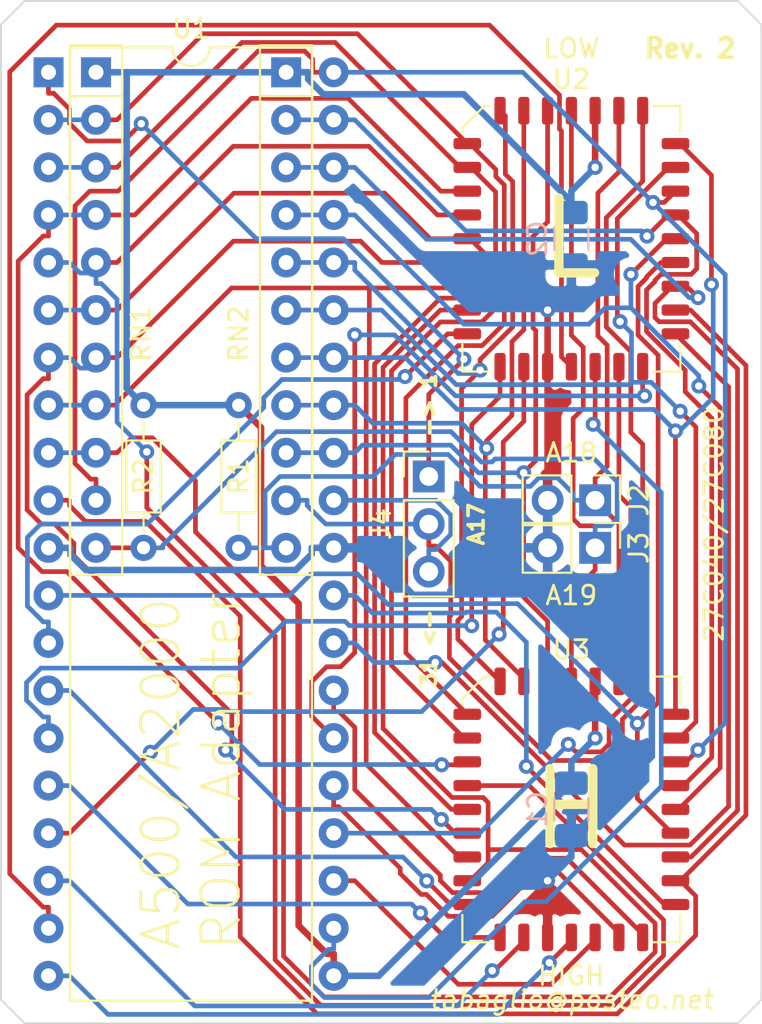
<source format=kicad_pcb>
(kicad_pcb (version 20171130) (host pcbnew 5.1.6-1.fc32)

  (general
    (thickness 1.6)
    (drawings 21)
    (tracks 677)
    (zones 0)
    (modules 12)
    (nets 43)
  )

  (page A4)
  (layers
    (0 F.Cu signal hide)
    (31 B.Cu signal hide)
    (32 B.Adhes user)
    (33 F.Adhes user)
    (34 B.Paste user)
    (35 F.Paste user)
    (36 B.SilkS user)
    (37 F.SilkS user)
    (38 B.Mask user)
    (39 F.Mask user)
    (40 Dwgs.User user)
    (41 Cmts.User user)
    (42 Eco1.User user)
    (43 Eco2.User user)
    (44 Edge.Cuts user)
    (45 Margin user)
    (46 B.CrtYd user)
    (47 F.CrtYd user)
    (48 B.Fab user)
    (49 F.Fab user)
  )

  (setup
    (last_trace_width 0.25)
    (trace_clearance 0.2)
    (zone_clearance 0.508)
    (zone_45_only no)
    (trace_min 0.2)
    (via_size 0.8)
    (via_drill 0.4)
    (via_min_size 0.4)
    (via_min_drill 0.3)
    (uvia_size 0.3)
    (uvia_drill 0.1)
    (uvias_allowed no)
    (uvia_min_size 0.2)
    (uvia_min_drill 0.1)
    (edge_width 0.1)
    (segment_width 0.2)
    (pcb_text_width 0.3)
    (pcb_text_size 1.5 1.5)
    (mod_edge_width 0.15)
    (mod_text_size 1 1)
    (mod_text_width 0.15)
    (pad_size 1.524 1.524)
    (pad_drill 0.762)
    (pad_to_mask_clearance 0)
    (aux_axis_origin 0 0)
    (visible_elements 7FFFFFFF)
    (pcbplotparams
      (layerselection 0x010fc_ffffffff)
      (usegerberextensions true)
      (usegerberattributes false)
      (usegerberadvancedattributes false)
      (creategerberjobfile false)
      (excludeedgelayer true)
      (linewidth 0.100000)
      (plotframeref false)
      (viasonmask false)
      (mode 1)
      (useauxorigin false)
      (hpglpennumber 1)
      (hpglpenspeed 20)
      (hpglpendiameter 15.000000)
      (psnegative false)
      (psa4output false)
      (plotreference true)
      (plotvalue true)
      (plotinvisibletext false)
      (padsonsilk false)
      (subtractmaskfromsilk false)
      (outputformat 1)
      (mirror false)
      (drillshape 0)
      (scaleselection 1)
      (outputdirectory "gerbers/rev2/"))
  )

  (net 0 "")
  (net 1 GND)
  (net 2 VCC)
  (net 3 /A18)
  (net 4 /A19)
  (net 5 /A8)
  (net 6 /A0)
  (net 7 /A1)
  (net 8 /A2)
  (net 9 /A3)
  (net 10 /A4)
  (net 11 /A5)
  (net 12 /A6)
  (net 13 /A7)
  (net 14 /A17)
  (net 15 /A16)
  (net 16 /A15)
  (net 17 /A14)
  (net 18 /A13)
  (net 19 /A12)
  (net 20 /A11)
  (net 21 /A10)
  (net 22 /A9)
  (net 23 /D3-H)
  (net 24 /D3-L)
  (net 25 /D2-H)
  (net 26 /D2-L)
  (net 27 /D1-H)
  (net 28 /D1-L)
  (net 29 /D0-H)
  (net 30 /D0-L)
  (net 31 /~OE)
  (net 32 /~CE)
  (net 33 /D7-H)
  (net 34 /D7-L)
  (net 35 /D6-H)
  (net 36 /D6-L)
  (net 37 /D5-H)
  (net 38 /D5-L)
  (net 39 /D4-H)
  (net 40 /D4-L)
  (net 41 /SOCK_P31)
  (net 42 /SOCK_P1)

  (net_class Default "This is the default net class."
    (clearance 0.2)
    (trace_width 0.25)
    (via_dia 0.8)
    (via_drill 0.4)
    (uvia_dia 0.3)
    (uvia_drill 0.1)
    (add_net /A0)
    (add_net /A1)
    (add_net /A10)
    (add_net /A11)
    (add_net /A12)
    (add_net /A13)
    (add_net /A14)
    (add_net /A15)
    (add_net /A16)
    (add_net /A17)
    (add_net /A18)
    (add_net /A19)
    (add_net /A2)
    (add_net /A3)
    (add_net /A4)
    (add_net /A5)
    (add_net /A6)
    (add_net /A7)
    (add_net /A8)
    (add_net /A9)
    (add_net /D0-H)
    (add_net /D0-L)
    (add_net /D1-H)
    (add_net /D1-L)
    (add_net /D2-H)
    (add_net /D2-L)
    (add_net /D3-H)
    (add_net /D3-L)
    (add_net /D4-H)
    (add_net /D4-L)
    (add_net /D5-H)
    (add_net /D5-L)
    (add_net /D6-H)
    (add_net /D6-L)
    (add_net /D7-H)
    (add_net /D7-L)
    (add_net /SOCK_P1)
    (add_net /SOCK_P31)
    (add_net /~CE)
    (add_net /~OE)
  )

  (net_class POWER ""
    (clearance 0.2)
    (trace_width 0.35)
    (via_dia 0.8)
    (via_drill 0.4)
    (uvia_dia 0.3)
    (uvia_drill 0.1)
    (add_net GND)
    (add_net VCC)
  )

  (module Connector_PinHeader_2.54mm:PinHeader_1x03_P2.54mm_Vertical (layer F.Cu) (tedit 59FED5CC) (tstamp 5F3B8CF8)
    (at 130.81 96.52)
    (descr "Through hole straight pin header, 1x03, 2.54mm pitch, single row")
    (tags "Through hole pin header THT 1x03 2.54mm single row")
    (path /5F3C08B3)
    (fp_text reference J4 (at -2.54 2.54 90) (layer F.SilkS)
      (effects (font (size 1 1) (thickness 0.15)))
    )
    (fp_text value "A17 Selector" (at 0 7.41) (layer F.Fab)
      (effects (font (size 1 1) (thickness 0.15)))
    )
    (fp_line (start -0.635 -1.27) (end 1.27 -1.27) (layer F.Fab) (width 0.1))
    (fp_line (start 1.27 -1.27) (end 1.27 6.35) (layer F.Fab) (width 0.1))
    (fp_line (start 1.27 6.35) (end -1.27 6.35) (layer F.Fab) (width 0.1))
    (fp_line (start -1.27 6.35) (end -1.27 -0.635) (layer F.Fab) (width 0.1))
    (fp_line (start -1.27 -0.635) (end -0.635 -1.27) (layer F.Fab) (width 0.1))
    (fp_line (start -1.33 6.41) (end 1.33 6.41) (layer F.SilkS) (width 0.12))
    (fp_line (start -1.33 1.27) (end -1.33 6.41) (layer F.SilkS) (width 0.12))
    (fp_line (start 1.33 1.27) (end 1.33 6.41) (layer F.SilkS) (width 0.12))
    (fp_line (start -1.33 1.27) (end 1.33 1.27) (layer F.SilkS) (width 0.12))
    (fp_line (start -1.33 0) (end -1.33 -1.33) (layer F.SilkS) (width 0.12))
    (fp_line (start -1.33 -1.33) (end 0 -1.33) (layer F.SilkS) (width 0.12))
    (fp_line (start -1.8 -1.8) (end -1.8 6.85) (layer F.CrtYd) (width 0.05))
    (fp_line (start -1.8 6.85) (end 1.8 6.85) (layer F.CrtYd) (width 0.05))
    (fp_line (start 1.8 6.85) (end 1.8 -1.8) (layer F.CrtYd) (width 0.05))
    (fp_line (start 1.8 -1.8) (end -1.8 -1.8) (layer F.CrtYd) (width 0.05))
    (fp_text user %R (at 0 2.54 90) (layer F.Fab)
      (effects (font (size 1 1) (thickness 0.15)))
    )
    (pad 3 thru_hole oval (at 0 5.08) (size 1.7 1.7) (drill 1) (layers *.Cu *.Mask)
      (net 41 /SOCK_P31))
    (pad 2 thru_hole oval (at 0 2.54) (size 1.7 1.7) (drill 1) (layers *.Cu *.Mask)
      (net 14 /A17))
    (pad 1 thru_hole rect (at 0 0) (size 1.7 1.7) (drill 1) (layers *.Cu *.Mask)
      (net 42 /SOCK_P1))
    (model ${KISYS3DMOD}/Connector_PinHeader_2.54mm.3dshapes/PinHeader_1x03_P2.54mm_Vertical.wrl
      (at (xyz 0 0 0))
      (scale (xyz 1 1 1))
      (rotate (xyz 0 0 0))
    )
  )

  (module Resistor_THT:R_Axial_DIN0204_L3.6mm_D1.6mm_P7.62mm_Horizontal (layer F.Cu) (tedit 5AE5139B) (tstamp 5E58C326)
    (at 115.57 92.71 270)
    (descr "Resistor, Axial_DIN0204 series, Axial, Horizontal, pin pitch=7.62mm, 0.167W, length*diameter=3.6*1.6mm^2, http://cdn-reichelt.de/documents/datenblatt/B400/1_4W%23YAG.pdf")
    (tags "Resistor Axial_DIN0204 series Axial Horizontal pin pitch 7.62mm 0.167W length 3.6mm diameter 1.6mm")
    (path /5E594D95)
    (fp_text reference R2 (at 3.81 0 90) (layer F.SilkS)
      (effects (font (size 1 1) (thickness 0.15)))
    )
    (fp_text value 4k7 (at 3.81 1.92 90) (layer F.Fab)
      (effects (font (size 1 1) (thickness 0.15)))
    )
    (fp_line (start 8.57 -1.05) (end -0.95 -1.05) (layer F.CrtYd) (width 0.05))
    (fp_line (start 8.57 1.05) (end 8.57 -1.05) (layer F.CrtYd) (width 0.05))
    (fp_line (start -0.95 1.05) (end 8.57 1.05) (layer F.CrtYd) (width 0.05))
    (fp_line (start -0.95 -1.05) (end -0.95 1.05) (layer F.CrtYd) (width 0.05))
    (fp_line (start 6.68 0) (end 5.73 0) (layer F.SilkS) (width 0.12))
    (fp_line (start 0.94 0) (end 1.89 0) (layer F.SilkS) (width 0.12))
    (fp_line (start 5.73 -0.92) (end 1.89 -0.92) (layer F.SilkS) (width 0.12))
    (fp_line (start 5.73 0.92) (end 5.73 -0.92) (layer F.SilkS) (width 0.12))
    (fp_line (start 1.89 0.92) (end 5.73 0.92) (layer F.SilkS) (width 0.12))
    (fp_line (start 1.89 -0.92) (end 1.89 0.92) (layer F.SilkS) (width 0.12))
    (fp_line (start 7.62 0) (end 5.61 0) (layer F.Fab) (width 0.1))
    (fp_line (start 0 0) (end 2.01 0) (layer F.Fab) (width 0.1))
    (fp_line (start 5.61 -0.8) (end 2.01 -0.8) (layer F.Fab) (width 0.1))
    (fp_line (start 5.61 0.8) (end 5.61 -0.8) (layer F.Fab) (width 0.1))
    (fp_line (start 2.01 0.8) (end 5.61 0.8) (layer F.Fab) (width 0.1))
    (fp_line (start 2.01 -0.8) (end 2.01 0.8) (layer F.Fab) (width 0.1))
    (fp_text user %R (at 3.81 0 90) (layer F.Fab)
      (effects (font (size 0.72 0.72) (thickness 0.108)))
    )
    (pad 2 thru_hole oval (at 7.62 0 270) (size 1.4 1.4) (drill 0.7) (layers *.Cu *.Mask)
      (net 4 /A19))
    (pad 1 thru_hole circle (at 0 0 270) (size 1.4 1.4) (drill 0.7) (layers *.Cu *.Mask)
      (net 2 VCC))
    (model ${KISYS3DMOD}/Resistor_THT.3dshapes/R_Axial_DIN0204_L3.6mm_D1.6mm_P7.62mm_Horizontal.wrl
      (at (xyz 0 0 0))
      (scale (xyz 1 1 1))
      (rotate (xyz 0 0 0))
    )
  )

  (module Resistor_THT:R_Axial_DIN0204_L3.6mm_D1.6mm_P7.62mm_Horizontal (layer F.Cu) (tedit 5AE5139B) (tstamp 5E58C30F)
    (at 120.65 92.71 270)
    (descr "Resistor, Axial_DIN0204 series, Axial, Horizontal, pin pitch=7.62mm, 0.167W, length*diameter=3.6*1.6mm^2, http://cdn-reichelt.de/documents/datenblatt/B400/1_4W%23YAG.pdf")
    (tags "Resistor Axial_DIN0204 series Axial Horizontal pin pitch 7.62mm 0.167W length 3.6mm diameter 1.6mm")
    (path /5E5944A7)
    (fp_text reference R1 (at 3.81 0 90) (layer F.SilkS)
      (effects (font (size 1 1) (thickness 0.15)))
    )
    (fp_text value 4k7 (at 3.81 1.92 90) (layer F.Fab)
      (effects (font (size 1 1) (thickness 0.15)))
    )
    (fp_line (start 8.57 -1.05) (end -0.95 -1.05) (layer F.CrtYd) (width 0.05))
    (fp_line (start 8.57 1.05) (end 8.57 -1.05) (layer F.CrtYd) (width 0.05))
    (fp_line (start -0.95 1.05) (end 8.57 1.05) (layer F.CrtYd) (width 0.05))
    (fp_line (start -0.95 -1.05) (end -0.95 1.05) (layer F.CrtYd) (width 0.05))
    (fp_line (start 6.68 0) (end 5.73 0) (layer F.SilkS) (width 0.12))
    (fp_line (start 0.94 0) (end 1.89 0) (layer F.SilkS) (width 0.12))
    (fp_line (start 5.73 -0.92) (end 1.89 -0.92) (layer F.SilkS) (width 0.12))
    (fp_line (start 5.73 0.92) (end 5.73 -0.92) (layer F.SilkS) (width 0.12))
    (fp_line (start 1.89 0.92) (end 5.73 0.92) (layer F.SilkS) (width 0.12))
    (fp_line (start 1.89 -0.92) (end 1.89 0.92) (layer F.SilkS) (width 0.12))
    (fp_line (start 7.62 0) (end 5.61 0) (layer F.Fab) (width 0.1))
    (fp_line (start 0 0) (end 2.01 0) (layer F.Fab) (width 0.1))
    (fp_line (start 5.61 -0.8) (end 2.01 -0.8) (layer F.Fab) (width 0.1))
    (fp_line (start 5.61 0.8) (end 5.61 -0.8) (layer F.Fab) (width 0.1))
    (fp_line (start 2.01 0.8) (end 5.61 0.8) (layer F.Fab) (width 0.1))
    (fp_line (start 2.01 -0.8) (end 2.01 0.8) (layer F.Fab) (width 0.1))
    (fp_text user %R (at 3.81 0 90) (layer F.Fab)
      (effects (font (size 0.72 0.72) (thickness 0.108)))
    )
    (pad 2 thru_hole oval (at 7.62 0 270) (size 1.4 1.4) (drill 0.7) (layers *.Cu *.Mask)
      (net 3 /A18))
    (pad 1 thru_hole circle (at 0 0 270) (size 1.4 1.4) (drill 0.7) (layers *.Cu *.Mask)
      (net 2 VCC))
    (model ${KISYS3DMOD}/Resistor_THT.3dshapes/R_Axial_DIN0204_L3.6mm_D1.6mm_P7.62mm_Horizontal.wrl
      (at (xyz 0 0 0))
      (scale (xyz 1 1 1))
      (rotate (xyz 0 0 0))
    )
  )

  (module Capacitor_SMD:C_1206_3216Metric (layer B.Cu) (tedit 5B301BBE) (tstamp 5E2C5AF8)
    (at 138.43 83.82 270)
    (descr "Capacitor SMD 1206 (3216 Metric), square (rectangular) end terminal, IPC_7351 nominal, (Body size source: http://www.tortai-tech.com/upload/download/2011102023233369053.pdf), generated with kicad-footprint-generator")
    (tags capacitor)
    (path /5E2DF26F)
    (attr smd)
    (fp_text reference C2 (at 0 1.82 270) (layer B.SilkS)
      (effects (font (size 1 1) (thickness 0.15)) (justify mirror))
    )
    (fp_text value 100nF (at 0 -1.82 270) (layer B.Fab)
      (effects (font (size 1 1) (thickness 0.15)) (justify mirror))
    )
    (fp_line (start 2.28 -1.12) (end -2.28 -1.12) (layer B.CrtYd) (width 0.05))
    (fp_line (start 2.28 1.12) (end 2.28 -1.12) (layer B.CrtYd) (width 0.05))
    (fp_line (start -2.28 1.12) (end 2.28 1.12) (layer B.CrtYd) (width 0.05))
    (fp_line (start -2.28 -1.12) (end -2.28 1.12) (layer B.CrtYd) (width 0.05))
    (fp_line (start -0.602064 -0.91) (end 0.602064 -0.91) (layer B.SilkS) (width 0.12))
    (fp_line (start -0.602064 0.91) (end 0.602064 0.91) (layer B.SilkS) (width 0.12))
    (fp_line (start 1.6 -0.8) (end -1.6 -0.8) (layer B.Fab) (width 0.1))
    (fp_line (start 1.6 0.8) (end 1.6 -0.8) (layer B.Fab) (width 0.1))
    (fp_line (start -1.6 0.8) (end 1.6 0.8) (layer B.Fab) (width 0.1))
    (fp_line (start -1.6 -0.8) (end -1.6 0.8) (layer B.Fab) (width 0.1))
    (fp_text user %R (at 0 0 270) (layer B.Fab)
      (effects (font (size 0.8 0.8) (thickness 0.12)) (justify mirror))
    )
    (pad 2 smd roundrect (at 1.4 0 270) (size 1.25 1.75) (layers B.Cu B.Paste B.Mask) (roundrect_rratio 0.2)
      (net 1 GND))
    (pad 1 smd roundrect (at -1.4 0 270) (size 1.25 1.75) (layers B.Cu B.Paste B.Mask) (roundrect_rratio 0.2)
      (net 2 VCC))
    (model ${KISYS3DMOD}/Capacitor_SMD.3dshapes/C_1206_3216Metric.wrl
      (at (xyz 0 0 0))
      (scale (xyz 1 1 1))
      (rotate (xyz 0 0 0))
    )
  )

  (module Capacitor_SMD:C_1206_3216Metric (layer B.Cu) (tedit 5B301BBE) (tstamp 5E2ACF5D)
    (at 138.43 114.3 270)
    (descr "Capacitor SMD 1206 (3216 Metric), square (rectangular) end terminal, IPC_7351 nominal, (Body size source: http://www.tortai-tech.com/upload/download/2011102023233369053.pdf), generated with kicad-footprint-generator")
    (tags capacitor)
    (path /5E2DFC6C)
    (attr smd)
    (fp_text reference C1 (at 0 1.82 270) (layer B.SilkS)
      (effects (font (size 1 1) (thickness 0.15)) (justify mirror))
    )
    (fp_text value 100nF (at 0 -1.82 270) (layer B.Fab)
      (effects (font (size 1 1) (thickness 0.15)) (justify mirror))
    )
    (fp_line (start 2.28 -1.12) (end -2.28 -1.12) (layer B.CrtYd) (width 0.05))
    (fp_line (start 2.28 1.12) (end 2.28 -1.12) (layer B.CrtYd) (width 0.05))
    (fp_line (start -2.28 1.12) (end 2.28 1.12) (layer B.CrtYd) (width 0.05))
    (fp_line (start -2.28 -1.12) (end -2.28 1.12) (layer B.CrtYd) (width 0.05))
    (fp_line (start -0.602064 -0.91) (end 0.602064 -0.91) (layer B.SilkS) (width 0.12))
    (fp_line (start -0.602064 0.91) (end 0.602064 0.91) (layer B.SilkS) (width 0.12))
    (fp_line (start 1.6 -0.8) (end -1.6 -0.8) (layer B.Fab) (width 0.1))
    (fp_line (start 1.6 0.8) (end 1.6 -0.8) (layer B.Fab) (width 0.1))
    (fp_line (start -1.6 0.8) (end 1.6 0.8) (layer B.Fab) (width 0.1))
    (fp_line (start -1.6 -0.8) (end -1.6 0.8) (layer B.Fab) (width 0.1))
    (fp_text user %R (at 0 0 270) (layer B.Fab)
      (effects (font (size 0.8 0.8) (thickness 0.12)) (justify mirror))
    )
    (pad 2 smd roundrect (at 1.4 0 270) (size 1.25 1.75) (layers B.Cu B.Paste B.Mask) (roundrect_rratio 0.2)
      (net 1 GND))
    (pad 1 smd roundrect (at -1.4 0 270) (size 1.25 1.75) (layers B.Cu B.Paste B.Mask) (roundrect_rratio 0.2)
      (net 2 VCC))
    (model ${KISYS3DMOD}/Capacitor_SMD.3dshapes/C_1206_3216Metric.wrl
      (at (xyz 0 0 0))
      (scale (xyz 1 1 1))
      (rotate (xyz 0 0 0))
    )
  )

  (module Package_LCC:PLCC-32_11.4x14.0mm_P1.27mm (layer F.Cu) (tedit 5B298677) (tstamp 5E2AD0CA)
    (at 138.43 114.3)
    (descr "PLCC, 32 Pin (http://ww1.microchip.com/downloads/en/DeviceDoc/doc0015.pdf), generated with kicad-footprint-generator ipc_plcc_jLead_generator.py")
    (tags "PLCC LCC")
    (path /5E28F9D8)
    (attr smd)
    (fp_text reference U3 (at 0 -8.52) (layer F.SilkS)
      (effects (font (size 1 1) (thickness 0.15)))
    )
    (fp_text value 27C080-L (at 0 8.52) (layer F.Fab)
      (effects (font (size 1 1) (thickness 0.15)))
    )
    (fp_line (start -6.55 -5.63) (end -6.55 0) (layer F.CrtYd) (width 0.05))
    (fp_line (start -5.96 -5.63) (end -6.55 -5.63) (layer F.CrtYd) (width 0.05))
    (fp_line (start -5.96 -5.95) (end -5.96 -5.63) (layer F.CrtYd) (width 0.05))
    (fp_line (start -4.68 -7.23) (end -5.96 -5.95) (layer F.CrtYd) (width 0.05))
    (fp_line (start -4.36 -7.23) (end -4.68 -7.23) (layer F.CrtYd) (width 0.05))
    (fp_line (start -4.36 -7.82) (end -4.36 -7.23) (layer F.CrtYd) (width 0.05))
    (fp_line (start 0 -7.82) (end -4.36 -7.82) (layer F.CrtYd) (width 0.05))
    (fp_line (start 6.55 5.63) (end 6.55 0) (layer F.CrtYd) (width 0.05))
    (fp_line (start 5.96 5.63) (end 6.55 5.63) (layer F.CrtYd) (width 0.05))
    (fp_line (start 5.96 7.23) (end 5.96 5.63) (layer F.CrtYd) (width 0.05))
    (fp_line (start 4.36 7.23) (end 5.96 7.23) (layer F.CrtYd) (width 0.05))
    (fp_line (start 4.36 7.82) (end 4.36 7.23) (layer F.CrtYd) (width 0.05))
    (fp_line (start 0 7.82) (end 4.36 7.82) (layer F.CrtYd) (width 0.05))
    (fp_line (start -6.55 5.63) (end -6.55 0) (layer F.CrtYd) (width 0.05))
    (fp_line (start -5.96 5.63) (end -6.55 5.63) (layer F.CrtYd) (width 0.05))
    (fp_line (start -5.96 7.23) (end -5.96 5.63) (layer F.CrtYd) (width 0.05))
    (fp_line (start -4.36 7.23) (end -5.96 7.23) (layer F.CrtYd) (width 0.05))
    (fp_line (start -4.36 7.82) (end -4.36 7.23) (layer F.CrtYd) (width 0.05))
    (fp_line (start 0 7.82) (end -4.36 7.82) (layer F.CrtYd) (width 0.05))
    (fp_line (start 6.55 -5.63) (end 6.55 0) (layer F.CrtYd) (width 0.05))
    (fp_line (start 5.96 -5.63) (end 6.55 -5.63) (layer F.CrtYd) (width 0.05))
    (fp_line (start 5.96 -7.23) (end 5.96 -5.63) (layer F.CrtYd) (width 0.05))
    (fp_line (start 4.36 -7.23) (end 5.96 -7.23) (layer F.CrtYd) (width 0.05))
    (fp_line (start 4.36 -7.82) (end 4.36 -7.23) (layer F.CrtYd) (width 0.05))
    (fp_line (start 0 -7.82) (end 4.36 -7.82) (layer F.CrtYd) (width 0.05))
    (fp_line (start -0.5 -6.985) (end 0 -6.277893) (layer F.Fab) (width 0.1))
    (fp_line (start -4.575 -6.985) (end -0.5 -6.985) (layer F.Fab) (width 0.1))
    (fp_line (start -5.715 -5.845) (end -4.575 -6.985) (layer F.Fab) (width 0.1))
    (fp_line (start -5.715 6.985) (end -5.715 -5.845) (layer F.Fab) (width 0.1))
    (fp_line (start 5.715 6.985) (end -5.715 6.985) (layer F.Fab) (width 0.1))
    (fp_line (start 5.715 -6.985) (end 5.715 6.985) (layer F.Fab) (width 0.1))
    (fp_line (start 0.5 -6.985) (end 5.715 -6.985) (layer F.Fab) (width 0.1))
    (fp_line (start 0 -6.277893) (end 0.5 -6.985) (layer F.Fab) (width 0.1))
    (fp_line (start -5.825 -5.922782) (end -5.825 -5.64) (layer F.SilkS) (width 0.12))
    (fp_line (start -4.652782 -7.095) (end -5.825 -5.922782) (layer F.SilkS) (width 0.12))
    (fp_line (start -4.37 -7.095) (end -4.652782 -7.095) (layer F.SilkS) (width 0.12))
    (fp_line (start 5.825 7.095) (end 5.825 5.64) (layer F.SilkS) (width 0.12))
    (fp_line (start 4.37 7.095) (end 5.825 7.095) (layer F.SilkS) (width 0.12))
    (fp_line (start -5.825 7.095) (end -5.825 5.64) (layer F.SilkS) (width 0.12))
    (fp_line (start -4.37 7.095) (end -5.825 7.095) (layer F.SilkS) (width 0.12))
    (fp_line (start 5.825 -7.095) (end 5.825 -5.64) (layer F.SilkS) (width 0.12))
    (fp_line (start 4.37 -7.095) (end 5.825 -7.095) (layer F.SilkS) (width 0.12))
    (fp_text user %R (at 0 0) (layer F.Fab)
      (effects (font (size 1 1) (thickness 0.15)))
    )
    (pad 32 smd roundrect (at 1.27 -6.8375) (size 0.6 1.475) (layers F.Cu F.Paste F.Mask) (roundrect_rratio 0.25)
      (net 2 VCC))
    (pad 31 smd roundrect (at 2.54 -6.8375) (size 0.6 1.475) (layers F.Cu F.Paste F.Mask) (roundrect_rratio 0.25)
      (net 3 /A18))
    (pad 30 smd roundrect (at 3.81 -6.8375) (size 0.6 1.475) (layers F.Cu F.Paste F.Mask) (roundrect_rratio 0.25)
      (net 14 /A17))
    (pad 29 smd roundrect (at 5.5625 -5.08) (size 1.475 0.6) (layers F.Cu F.Paste F.Mask) (roundrect_rratio 0.25)
      (net 17 /A14))
    (pad 28 smd roundrect (at 5.5625 -3.81) (size 1.475 0.6) (layers F.Cu F.Paste F.Mask) (roundrect_rratio 0.25)
      (net 18 /A13))
    (pad 27 smd roundrect (at 5.5625 -2.54) (size 1.475 0.6) (layers F.Cu F.Paste F.Mask) (roundrect_rratio 0.25)
      (net 5 /A8))
    (pad 26 smd roundrect (at 5.5625 -1.27) (size 1.475 0.6) (layers F.Cu F.Paste F.Mask) (roundrect_rratio 0.25)
      (net 22 /A9))
    (pad 25 smd roundrect (at 5.5625 0) (size 1.475 0.6) (layers F.Cu F.Paste F.Mask) (roundrect_rratio 0.25)
      (net 20 /A11))
    (pad 24 smd roundrect (at 5.5625 1.27) (size 1.475 0.6) (layers F.Cu F.Paste F.Mask) (roundrect_rratio 0.25)
      (net 31 /~OE))
    (pad 23 smd roundrect (at 5.5625 2.54) (size 1.475 0.6) (layers F.Cu F.Paste F.Mask) (roundrect_rratio 0.25)
      (net 21 /A10))
    (pad 22 smd roundrect (at 5.5625 3.81) (size 1.475 0.6) (layers F.Cu F.Paste F.Mask) (roundrect_rratio 0.25)
      (net 32 /~CE))
    (pad 21 smd roundrect (at 5.5625 5.08) (size 1.475 0.6) (layers F.Cu F.Paste F.Mask) (roundrect_rratio 0.25)
      (net 33 /D7-H))
    (pad 20 smd roundrect (at 3.81 6.8375) (size 0.6 1.475) (layers F.Cu F.Paste F.Mask) (roundrect_rratio 0.25)
      (net 35 /D6-H))
    (pad 19 smd roundrect (at 2.54 6.8375) (size 0.6 1.475) (layers F.Cu F.Paste F.Mask) (roundrect_rratio 0.25)
      (net 37 /D5-H))
    (pad 18 smd roundrect (at 1.27 6.8375) (size 0.6 1.475) (layers F.Cu F.Paste F.Mask) (roundrect_rratio 0.25)
      (net 39 /D4-H))
    (pad 17 smd roundrect (at 0 6.8375) (size 0.6 1.475) (layers F.Cu F.Paste F.Mask) (roundrect_rratio 0.25)
      (net 23 /D3-H))
    (pad 16 smd roundrect (at -1.27 6.8375) (size 0.6 1.475) (layers F.Cu F.Paste F.Mask) (roundrect_rratio 0.25)
      (net 1 GND))
    (pad 15 smd roundrect (at -2.54 6.8375) (size 0.6 1.475) (layers F.Cu F.Paste F.Mask) (roundrect_rratio 0.25)
      (net 25 /D2-H))
    (pad 14 smd roundrect (at -3.81 6.8375) (size 0.6 1.475) (layers F.Cu F.Paste F.Mask) (roundrect_rratio 0.25)
      (net 27 /D1-H))
    (pad 13 smd roundrect (at -5.5625 5.08) (size 1.475 0.6) (layers F.Cu F.Paste F.Mask) (roundrect_rratio 0.25)
      (net 29 /D0-H))
    (pad 12 smd roundrect (at -5.5625 3.81) (size 1.475 0.6) (layers F.Cu F.Paste F.Mask) (roundrect_rratio 0.25)
      (net 6 /A0))
    (pad 11 smd roundrect (at -5.5625 2.54) (size 1.475 0.6) (layers F.Cu F.Paste F.Mask) (roundrect_rratio 0.25)
      (net 7 /A1))
    (pad 10 smd roundrect (at -5.5625 1.27) (size 1.475 0.6) (layers F.Cu F.Paste F.Mask) (roundrect_rratio 0.25)
      (net 8 /A2))
    (pad 9 smd roundrect (at -5.5625 0) (size 1.475 0.6) (layers F.Cu F.Paste F.Mask) (roundrect_rratio 0.25)
      (net 9 /A3))
    (pad 8 smd roundrect (at -5.5625 -1.27) (size 1.475 0.6) (layers F.Cu F.Paste F.Mask) (roundrect_rratio 0.25)
      (net 10 /A4))
    (pad 7 smd roundrect (at -5.5625 -2.54) (size 1.475 0.6) (layers F.Cu F.Paste F.Mask) (roundrect_rratio 0.25)
      (net 11 /A5))
    (pad 6 smd roundrect (at -5.5625 -3.81) (size 1.475 0.6) (layers F.Cu F.Paste F.Mask) (roundrect_rratio 0.25)
      (net 12 /A6))
    (pad 5 smd roundrect (at -5.5625 -5.08) (size 1.475 0.6) (layers F.Cu F.Paste F.Mask) (roundrect_rratio 0.25)
      (net 13 /A7))
    (pad 4 smd roundrect (at -3.81 -6.8375) (size 0.6 1.475) (layers F.Cu F.Paste F.Mask) (roundrect_rratio 0.25)
      (net 19 /A12))
    (pad 3 smd roundrect (at -2.54 -6.8375) (size 0.6 1.475) (layers F.Cu F.Paste F.Mask) (roundrect_rratio 0.25)
      (net 16 /A15))
    (pad 2 smd roundrect (at -1.27 -6.8375) (size 0.6 1.475) (layers F.Cu F.Paste F.Mask) (roundrect_rratio 0.25)
      (net 15 /A16))
    (pad 1 smd roundrect (at 0 -6.8375) (size 0.6 1.475) (layers F.Cu F.Paste F.Mask) (roundrect_rratio 0.25)
      (net 4 /A19))
    (model ${KISYS3DMOD}/Package_LCC.3dshapes/PLCC-32_11.4x14.0mm_P1.27mm.wrl
      (at (xyz 0 0 0))
      (scale (xyz 1 1 1))
      (rotate (xyz 0 0 0))
    )
  )

  (module Package_LCC:PLCC-32_11.4x14.0mm_P1.27mm (layer F.Cu) (tedit 5B298677) (tstamp 5E2AD07B)
    (at 138.43 83.82)
    (descr "PLCC, 32 Pin (http://ww1.microchip.com/downloads/en/DeviceDoc/doc0015.pdf), generated with kicad-footprint-generator ipc_plcc_jLead_generator.py")
    (tags "PLCC LCC")
    (path /5E300279)
    (attr smd)
    (fp_text reference U2 (at 0 -8.52) (layer F.SilkS)
      (effects (font (size 1 1) (thickness 0.15)))
    )
    (fp_text value 27C080-L (at 0 8.52) (layer F.Fab)
      (effects (font (size 1 1) (thickness 0.15)))
    )
    (fp_line (start -6.55 -5.63) (end -6.55 0) (layer F.CrtYd) (width 0.05))
    (fp_line (start -5.96 -5.63) (end -6.55 -5.63) (layer F.CrtYd) (width 0.05))
    (fp_line (start -5.96 -5.95) (end -5.96 -5.63) (layer F.CrtYd) (width 0.05))
    (fp_line (start -4.68 -7.23) (end -5.96 -5.95) (layer F.CrtYd) (width 0.05))
    (fp_line (start -4.36 -7.23) (end -4.68 -7.23) (layer F.CrtYd) (width 0.05))
    (fp_line (start -4.36 -7.82) (end -4.36 -7.23) (layer F.CrtYd) (width 0.05))
    (fp_line (start 0 -7.82) (end -4.36 -7.82) (layer F.CrtYd) (width 0.05))
    (fp_line (start 6.55 5.63) (end 6.55 0) (layer F.CrtYd) (width 0.05))
    (fp_line (start 5.96 5.63) (end 6.55 5.63) (layer F.CrtYd) (width 0.05))
    (fp_line (start 5.96 7.23) (end 5.96 5.63) (layer F.CrtYd) (width 0.05))
    (fp_line (start 4.36 7.23) (end 5.96 7.23) (layer F.CrtYd) (width 0.05))
    (fp_line (start 4.36 7.82) (end 4.36 7.23) (layer F.CrtYd) (width 0.05))
    (fp_line (start 0 7.82) (end 4.36 7.82) (layer F.CrtYd) (width 0.05))
    (fp_line (start -6.55 5.63) (end -6.55 0) (layer F.CrtYd) (width 0.05))
    (fp_line (start -5.96 5.63) (end -6.55 5.63) (layer F.CrtYd) (width 0.05))
    (fp_line (start -5.96 7.23) (end -5.96 5.63) (layer F.CrtYd) (width 0.05))
    (fp_line (start -4.36 7.23) (end -5.96 7.23) (layer F.CrtYd) (width 0.05))
    (fp_line (start -4.36 7.82) (end -4.36 7.23) (layer F.CrtYd) (width 0.05))
    (fp_line (start 0 7.82) (end -4.36 7.82) (layer F.CrtYd) (width 0.05))
    (fp_line (start 6.55 -5.63) (end 6.55 0) (layer F.CrtYd) (width 0.05))
    (fp_line (start 5.96 -5.63) (end 6.55 -5.63) (layer F.CrtYd) (width 0.05))
    (fp_line (start 5.96 -7.23) (end 5.96 -5.63) (layer F.CrtYd) (width 0.05))
    (fp_line (start 4.36 -7.23) (end 5.96 -7.23) (layer F.CrtYd) (width 0.05))
    (fp_line (start 4.36 -7.82) (end 4.36 -7.23) (layer F.CrtYd) (width 0.05))
    (fp_line (start 0 -7.82) (end 4.36 -7.82) (layer F.CrtYd) (width 0.05))
    (fp_line (start -0.5 -6.985) (end 0 -6.277893) (layer F.Fab) (width 0.1))
    (fp_line (start -4.575 -6.985) (end -0.5 -6.985) (layer F.Fab) (width 0.1))
    (fp_line (start -5.715 -5.845) (end -4.575 -6.985) (layer F.Fab) (width 0.1))
    (fp_line (start -5.715 6.985) (end -5.715 -5.845) (layer F.Fab) (width 0.1))
    (fp_line (start 5.715 6.985) (end -5.715 6.985) (layer F.Fab) (width 0.1))
    (fp_line (start 5.715 -6.985) (end 5.715 6.985) (layer F.Fab) (width 0.1))
    (fp_line (start 0.5 -6.985) (end 5.715 -6.985) (layer F.Fab) (width 0.1))
    (fp_line (start 0 -6.277893) (end 0.5 -6.985) (layer F.Fab) (width 0.1))
    (fp_line (start -5.825 -5.922782) (end -5.825 -5.64) (layer F.SilkS) (width 0.12))
    (fp_line (start -4.652782 -7.095) (end -5.825 -5.922782) (layer F.SilkS) (width 0.12))
    (fp_line (start -4.37 -7.095) (end -4.652782 -7.095) (layer F.SilkS) (width 0.12))
    (fp_line (start 5.825 7.095) (end 5.825 5.64) (layer F.SilkS) (width 0.12))
    (fp_line (start 4.37 7.095) (end 5.825 7.095) (layer F.SilkS) (width 0.12))
    (fp_line (start -5.825 7.095) (end -5.825 5.64) (layer F.SilkS) (width 0.12))
    (fp_line (start -4.37 7.095) (end -5.825 7.095) (layer F.SilkS) (width 0.12))
    (fp_line (start 5.825 -7.095) (end 5.825 -5.64) (layer F.SilkS) (width 0.12))
    (fp_line (start 4.37 -7.095) (end 5.825 -7.095) (layer F.SilkS) (width 0.12))
    (fp_text user %R (at 0 0) (layer F.Fab)
      (effects (font (size 1 1) (thickness 0.15)))
    )
    (pad 32 smd roundrect (at 1.27 -6.8375) (size 0.6 1.475) (layers F.Cu F.Paste F.Mask) (roundrect_rratio 0.25)
      (net 2 VCC))
    (pad 31 smd roundrect (at 2.54 -6.8375) (size 0.6 1.475) (layers F.Cu F.Paste F.Mask) (roundrect_rratio 0.25)
      (net 3 /A18))
    (pad 30 smd roundrect (at 3.81 -6.8375) (size 0.6 1.475) (layers F.Cu F.Paste F.Mask) (roundrect_rratio 0.25)
      (net 14 /A17))
    (pad 29 smd roundrect (at 5.5625 -5.08) (size 1.475 0.6) (layers F.Cu F.Paste F.Mask) (roundrect_rratio 0.25)
      (net 17 /A14))
    (pad 28 smd roundrect (at 5.5625 -3.81) (size 1.475 0.6) (layers F.Cu F.Paste F.Mask) (roundrect_rratio 0.25)
      (net 18 /A13))
    (pad 27 smd roundrect (at 5.5625 -2.54) (size 1.475 0.6) (layers F.Cu F.Paste F.Mask) (roundrect_rratio 0.25)
      (net 5 /A8))
    (pad 26 smd roundrect (at 5.5625 -1.27) (size 1.475 0.6) (layers F.Cu F.Paste F.Mask) (roundrect_rratio 0.25)
      (net 22 /A9))
    (pad 25 smd roundrect (at 5.5625 0) (size 1.475 0.6) (layers F.Cu F.Paste F.Mask) (roundrect_rratio 0.25)
      (net 20 /A11))
    (pad 24 smd roundrect (at 5.5625 1.27) (size 1.475 0.6) (layers F.Cu F.Paste F.Mask) (roundrect_rratio 0.25)
      (net 31 /~OE))
    (pad 23 smd roundrect (at 5.5625 2.54) (size 1.475 0.6) (layers F.Cu F.Paste F.Mask) (roundrect_rratio 0.25)
      (net 21 /A10))
    (pad 22 smd roundrect (at 5.5625 3.81) (size 1.475 0.6) (layers F.Cu F.Paste F.Mask) (roundrect_rratio 0.25)
      (net 32 /~CE))
    (pad 21 smd roundrect (at 5.5625 5.08) (size 1.475 0.6) (layers F.Cu F.Paste F.Mask) (roundrect_rratio 0.25)
      (net 34 /D7-L))
    (pad 20 smd roundrect (at 3.81 6.8375) (size 0.6 1.475) (layers F.Cu F.Paste F.Mask) (roundrect_rratio 0.25)
      (net 36 /D6-L))
    (pad 19 smd roundrect (at 2.54 6.8375) (size 0.6 1.475) (layers F.Cu F.Paste F.Mask) (roundrect_rratio 0.25)
      (net 38 /D5-L))
    (pad 18 smd roundrect (at 1.27 6.8375) (size 0.6 1.475) (layers F.Cu F.Paste F.Mask) (roundrect_rratio 0.25)
      (net 40 /D4-L))
    (pad 17 smd roundrect (at 0 6.8375) (size 0.6 1.475) (layers F.Cu F.Paste F.Mask) (roundrect_rratio 0.25)
      (net 24 /D3-L))
    (pad 16 smd roundrect (at -1.27 6.8375) (size 0.6 1.475) (layers F.Cu F.Paste F.Mask) (roundrect_rratio 0.25)
      (net 1 GND))
    (pad 15 smd roundrect (at -2.54 6.8375) (size 0.6 1.475) (layers F.Cu F.Paste F.Mask) (roundrect_rratio 0.25)
      (net 26 /D2-L))
    (pad 14 smd roundrect (at -3.81 6.8375) (size 0.6 1.475) (layers F.Cu F.Paste F.Mask) (roundrect_rratio 0.25)
      (net 28 /D1-L))
    (pad 13 smd roundrect (at -5.5625 5.08) (size 1.475 0.6) (layers F.Cu F.Paste F.Mask) (roundrect_rratio 0.25)
      (net 30 /D0-L))
    (pad 12 smd roundrect (at -5.5625 3.81) (size 1.475 0.6) (layers F.Cu F.Paste F.Mask) (roundrect_rratio 0.25)
      (net 6 /A0))
    (pad 11 smd roundrect (at -5.5625 2.54) (size 1.475 0.6) (layers F.Cu F.Paste F.Mask) (roundrect_rratio 0.25)
      (net 7 /A1))
    (pad 10 smd roundrect (at -5.5625 1.27) (size 1.475 0.6) (layers F.Cu F.Paste F.Mask) (roundrect_rratio 0.25)
      (net 8 /A2))
    (pad 9 smd roundrect (at -5.5625 0) (size 1.475 0.6) (layers F.Cu F.Paste F.Mask) (roundrect_rratio 0.25)
      (net 9 /A3))
    (pad 8 smd roundrect (at -5.5625 -1.27) (size 1.475 0.6) (layers F.Cu F.Paste F.Mask) (roundrect_rratio 0.25)
      (net 10 /A4))
    (pad 7 smd roundrect (at -5.5625 -2.54) (size 1.475 0.6) (layers F.Cu F.Paste F.Mask) (roundrect_rratio 0.25)
      (net 11 /A5))
    (pad 6 smd roundrect (at -5.5625 -3.81) (size 1.475 0.6) (layers F.Cu F.Paste F.Mask) (roundrect_rratio 0.25)
      (net 12 /A6))
    (pad 5 smd roundrect (at -5.5625 -5.08) (size 1.475 0.6) (layers F.Cu F.Paste F.Mask) (roundrect_rratio 0.25)
      (net 13 /A7))
    (pad 4 smd roundrect (at -3.81 -6.8375) (size 0.6 1.475) (layers F.Cu F.Paste F.Mask) (roundrect_rratio 0.25)
      (net 19 /A12))
    (pad 3 smd roundrect (at -2.54 -6.8375) (size 0.6 1.475) (layers F.Cu F.Paste F.Mask) (roundrect_rratio 0.25)
      (net 16 /A15))
    (pad 2 smd roundrect (at -1.27 -6.8375) (size 0.6 1.475) (layers F.Cu F.Paste F.Mask) (roundrect_rratio 0.25)
      (net 15 /A16))
    (pad 1 smd roundrect (at 0 -6.8375) (size 0.6 1.475) (layers F.Cu F.Paste F.Mask) (roundrect_rratio 0.25)
      (net 4 /A19))
    (model ${KISYS3DMOD}/Package_LCC.3dshapes/PLCC-32_11.4x14.0mm_P1.27mm.wrl
      (at (xyz 0 0 0))
      (scale (xyz 1 1 1))
      (rotate (xyz 0 0 0))
    )
  )

  (module Package_DIP:DIP-40_W15.24mm (layer F.Cu) (tedit 5A02E8C5) (tstamp 5E2AD02C)
    (at 110.49 74.93)
    (descr "40-lead though-hole mounted DIP package, row spacing 15.24 mm (600 mils)")
    (tags "THT DIP DIL PDIP 2.54mm 15.24mm 600mil")
    (path /5E2A2852)
    (fp_text reference U1 (at 7.62 -2.33) (layer F.SilkS)
      (effects (font (size 1 1) (thickness 0.15)))
    )
    (fp_text value 27C400-A500 (at 7.62 50.59) (layer F.Fab)
      (effects (font (size 1 1) (thickness 0.15)))
    )
    (fp_line (start 16.3 -1.55) (end -1.05 -1.55) (layer F.CrtYd) (width 0.05))
    (fp_line (start 16.3 49.8) (end 16.3 -1.55) (layer F.CrtYd) (width 0.05))
    (fp_line (start -1.05 49.8) (end 16.3 49.8) (layer F.CrtYd) (width 0.05))
    (fp_line (start -1.05 -1.55) (end -1.05 49.8) (layer F.CrtYd) (width 0.05))
    (fp_line (start 14.08 -1.33) (end 8.62 -1.33) (layer F.SilkS) (width 0.12))
    (fp_line (start 14.08 49.59) (end 14.08 -1.33) (layer F.SilkS) (width 0.12))
    (fp_line (start 1.16 49.59) (end 14.08 49.59) (layer F.SilkS) (width 0.12))
    (fp_line (start 1.16 -1.33) (end 1.16 49.59) (layer F.SilkS) (width 0.12))
    (fp_line (start 6.62 -1.33) (end 1.16 -1.33) (layer F.SilkS) (width 0.12))
    (fp_line (start 0.255 -0.27) (end 1.255 -1.27) (layer F.Fab) (width 0.1))
    (fp_line (start 0.255 49.53) (end 0.255 -0.27) (layer F.Fab) (width 0.1))
    (fp_line (start 14.985 49.53) (end 0.255 49.53) (layer F.Fab) (width 0.1))
    (fp_line (start 14.985 -1.27) (end 14.985 49.53) (layer F.Fab) (width 0.1))
    (fp_line (start 1.255 -1.27) (end 14.985 -1.27) (layer F.Fab) (width 0.1))
    (fp_text user %R (at 7.62 24.13) (layer F.Fab)
      (effects (font (size 1 1) (thickness 0.15)))
    )
    (fp_arc (start 7.62 -1.33) (end 6.62 -1.33) (angle -180) (layer F.SilkS) (width 0.12))
    (pad 40 thru_hole oval (at 15.24 0) (size 1.6 1.6) (drill 0.8) (layers *.Cu *.Mask)
      (net 5 /A8))
    (pad 20 thru_hole oval (at 0 48.26) (size 1.6 1.6) (drill 0.8) (layers *.Cu *.Mask)
      (net 23 /D3-H))
    (pad 39 thru_hole oval (at 15.24 2.54) (size 1.6 1.6) (drill 0.8) (layers *.Cu *.Mask)
      (net 22 /A9))
    (pad 19 thru_hole oval (at 0 45.72) (size 1.6 1.6) (drill 0.8) (layers *.Cu *.Mask)
      (net 24 /D3-L))
    (pad 38 thru_hole oval (at 15.24 5.08) (size 1.6 1.6) (drill 0.8) (layers *.Cu *.Mask)
      (net 21 /A10))
    (pad 18 thru_hole oval (at 0 43.18) (size 1.6 1.6) (drill 0.8) (layers *.Cu *.Mask)
      (net 25 /D2-H))
    (pad 37 thru_hole oval (at 15.24 7.62) (size 1.6 1.6) (drill 0.8) (layers *.Cu *.Mask)
      (net 20 /A11))
    (pad 17 thru_hole oval (at 0 40.64) (size 1.6 1.6) (drill 0.8) (layers *.Cu *.Mask)
      (net 26 /D2-L))
    (pad 36 thru_hole oval (at 15.24 10.16) (size 1.6 1.6) (drill 0.8) (layers *.Cu *.Mask)
      (net 19 /A12))
    (pad 16 thru_hole oval (at 0 38.1) (size 1.6 1.6) (drill 0.8) (layers *.Cu *.Mask)
      (net 27 /D1-H))
    (pad 35 thru_hole oval (at 15.24 12.7) (size 1.6 1.6) (drill 0.8) (layers *.Cu *.Mask)
      (net 18 /A13))
    (pad 15 thru_hole oval (at 0 35.56) (size 1.6 1.6) (drill 0.8) (layers *.Cu *.Mask)
      (net 28 /D1-L))
    (pad 34 thru_hole oval (at 15.24 15.24) (size 1.6 1.6) (drill 0.8) (layers *.Cu *.Mask)
      (net 17 /A14))
    (pad 14 thru_hole oval (at 0 33.02) (size 1.6 1.6) (drill 0.8) (layers *.Cu *.Mask)
      (net 29 /D0-H))
    (pad 33 thru_hole oval (at 15.24 17.78) (size 1.6 1.6) (drill 0.8) (layers *.Cu *.Mask)
      (net 16 /A15))
    (pad 13 thru_hole oval (at 0 30.48) (size 1.6 1.6) (drill 0.8) (layers *.Cu *.Mask)
      (net 30 /D0-L))
    (pad 32 thru_hole oval (at 15.24 20.32) (size 1.6 1.6) (drill 0.8) (layers *.Cu *.Mask)
      (net 15 /A16))
    (pad 12 thru_hole oval (at 0 27.94) (size 1.6 1.6) (drill 0.8) (layers *.Cu *.Mask)
      (net 31 /~OE))
    (pad 31 thru_hole oval (at 15.24 22.86) (size 1.6 1.6) (drill 0.8) (layers *.Cu *.Mask)
      (net 41 /SOCK_P31))
    (pad 11 thru_hole oval (at 0 25.4) (size 1.6 1.6) (drill 0.8) (layers *.Cu *.Mask)
      (net 1 GND))
    (pad 30 thru_hole oval (at 15.24 25.4) (size 1.6 1.6) (drill 0.8) (layers *.Cu *.Mask)
      (net 1 GND))
    (pad 10 thru_hole oval (at 0 22.86) (size 1.6 1.6) (drill 0.8) (layers *.Cu *.Mask)
      (net 32 /~CE))
    (pad 29 thru_hole oval (at 15.24 27.94) (size 1.6 1.6) (drill 0.8) (layers *.Cu *.Mask)
      (net 33 /D7-H))
    (pad 9 thru_hole oval (at 0 20.32) (size 1.6 1.6) (drill 0.8) (layers *.Cu *.Mask)
      (net 6 /A0))
    (pad 28 thru_hole oval (at 15.24 30.48) (size 1.6 1.6) (drill 0.8) (layers *.Cu *.Mask)
      (net 34 /D7-L))
    (pad 8 thru_hole oval (at 0 17.78) (size 1.6 1.6) (drill 0.8) (layers *.Cu *.Mask)
      (net 7 /A1))
    (pad 27 thru_hole oval (at 15.24 33.02) (size 1.6 1.6) (drill 0.8) (layers *.Cu *.Mask)
      (net 35 /D6-H))
    (pad 7 thru_hole oval (at 0 15.24) (size 1.6 1.6) (drill 0.8) (layers *.Cu *.Mask)
      (net 8 /A2))
    (pad 26 thru_hole oval (at 15.24 35.56) (size 1.6 1.6) (drill 0.8) (layers *.Cu *.Mask)
      (net 36 /D6-L))
    (pad 6 thru_hole oval (at 0 12.7) (size 1.6 1.6) (drill 0.8) (layers *.Cu *.Mask)
      (net 9 /A3))
    (pad 25 thru_hole oval (at 15.24 38.1) (size 1.6 1.6) (drill 0.8) (layers *.Cu *.Mask)
      (net 37 /D5-H))
    (pad 5 thru_hole oval (at 0 10.16) (size 1.6 1.6) (drill 0.8) (layers *.Cu *.Mask)
      (net 10 /A4))
    (pad 24 thru_hole oval (at 15.24 40.64) (size 1.6 1.6) (drill 0.8) (layers *.Cu *.Mask)
      (net 38 /D5-L))
    (pad 4 thru_hole oval (at 0 7.62) (size 1.6 1.6) (drill 0.8) (layers *.Cu *.Mask)
      (net 11 /A5))
    (pad 23 thru_hole oval (at 15.24 43.18) (size 1.6 1.6) (drill 0.8) (layers *.Cu *.Mask)
      (net 39 /D4-H))
    (pad 3 thru_hole oval (at 0 5.08) (size 1.6 1.6) (drill 0.8) (layers *.Cu *.Mask)
      (net 12 /A6))
    (pad 22 thru_hole oval (at 15.24 45.72) (size 1.6 1.6) (drill 0.8) (layers *.Cu *.Mask)
      (net 40 /D4-L))
    (pad 2 thru_hole oval (at 0 2.54) (size 1.6 1.6) (drill 0.8) (layers *.Cu *.Mask)
      (net 13 /A7))
    (pad 21 thru_hole oval (at 15.24 48.26) (size 1.6 1.6) (drill 0.8) (layers *.Cu *.Mask)
      (net 2 VCC))
    (pad 1 thru_hole rect (at 0 0) (size 1.6 1.6) (drill 0.8) (layers *.Cu *.Mask)
      (net 42 /SOCK_P1))
    (model ${KISYS3DMOD}/Package_DIP.3dshapes/DIP-40_W15.24mm.wrl
      (at (xyz 0 0 0))
      (scale (xyz 1 1 1))
      (rotate (xyz 0 0 0))
    )
  )

  (module Resistor_THT:R_Array_SIP11 (layer F.Cu) (tedit 5A14249F) (tstamp 5E2ACFF0)
    (at 123.19 74.93 270)
    (descr "11-pin Resistor SIP pack")
    (tags R)
    (path /5E293912)
    (fp_text reference RN2 (at 13.97 2.54 90) (layer F.SilkS)
      (effects (font (size 1 1) (thickness 0.15)))
    )
    (fp_text value 4k7 (at 13.97 2.4 90) (layer F.Fab)
      (effects (font (size 1 1) (thickness 0.15)))
    )
    (fp_line (start 27.1 -1.65) (end -1.7 -1.65) (layer F.CrtYd) (width 0.05))
    (fp_line (start 27.1 1.65) (end 27.1 -1.65) (layer F.CrtYd) (width 0.05))
    (fp_line (start -1.7 1.65) (end 27.1 1.65) (layer F.CrtYd) (width 0.05))
    (fp_line (start -1.7 -1.65) (end -1.7 1.65) (layer F.CrtYd) (width 0.05))
    (fp_line (start 1.27 -1.4) (end 1.27 1.4) (layer F.SilkS) (width 0.12))
    (fp_line (start 26.84 -1.4) (end -1.44 -1.4) (layer F.SilkS) (width 0.12))
    (fp_line (start 26.84 1.4) (end 26.84 -1.4) (layer F.SilkS) (width 0.12))
    (fp_line (start -1.44 1.4) (end 26.84 1.4) (layer F.SilkS) (width 0.12))
    (fp_line (start -1.44 -1.4) (end -1.44 1.4) (layer F.SilkS) (width 0.12))
    (fp_line (start 1.27 -1.25) (end 1.27 1.25) (layer F.Fab) (width 0.1))
    (fp_line (start 26.69 -1.25) (end -1.29 -1.25) (layer F.Fab) (width 0.1))
    (fp_line (start 26.69 1.25) (end 26.69 -1.25) (layer F.Fab) (width 0.1))
    (fp_line (start -1.29 1.25) (end 26.69 1.25) (layer F.Fab) (width 0.1))
    (fp_line (start -1.29 -1.25) (end -1.29 1.25) (layer F.Fab) (width 0.1))
    (fp_text user %R (at 12.7 0 90) (layer F.Fab)
      (effects (font (size 1 1) (thickness 0.15)))
    )
    (pad 11 thru_hole oval (at 25.4 0 270) (size 1.6 1.6) (drill 0.8) (layers *.Cu *.Mask)
      (net 3 /A18))
    (pad 10 thru_hole oval (at 22.86 0 270) (size 1.6 1.6) (drill 0.8) (layers *.Cu *.Mask)
      (net 14 /A17))
    (pad 9 thru_hole oval (at 20.32 0 270) (size 1.6 1.6) (drill 0.8) (layers *.Cu *.Mask)
      (net 15 /A16))
    (pad 8 thru_hole oval (at 17.78 0 270) (size 1.6 1.6) (drill 0.8) (layers *.Cu *.Mask)
      (net 16 /A15))
    (pad 7 thru_hole oval (at 15.24 0 270) (size 1.6 1.6) (drill 0.8) (layers *.Cu *.Mask)
      (net 17 /A14))
    (pad 6 thru_hole oval (at 12.7 0 270) (size 1.6 1.6) (drill 0.8) (layers *.Cu *.Mask)
      (net 18 /A13))
    (pad 5 thru_hole oval (at 10.16 0 270) (size 1.6 1.6) (drill 0.8) (layers *.Cu *.Mask)
      (net 19 /A12))
    (pad 4 thru_hole oval (at 7.62 0 270) (size 1.6 1.6) (drill 0.8) (layers *.Cu *.Mask)
      (net 20 /A11))
    (pad 3 thru_hole oval (at 5.08 0 270) (size 1.6 1.6) (drill 0.8) (layers *.Cu *.Mask)
      (net 21 /A10))
    (pad 2 thru_hole oval (at 2.54 0 270) (size 1.6 1.6) (drill 0.8) (layers *.Cu *.Mask)
      (net 22 /A9))
    (pad 1 thru_hole rect (at 0 0 270) (size 1.6 1.6) (drill 0.8) (layers *.Cu *.Mask)
      (net 2 VCC))
    (model ${KISYS3DMOD}/Resistor_THT.3dshapes/R_Array_SIP11.wrl
      (at (xyz 0 0 0))
      (scale (xyz 1 1 1))
      (rotate (xyz 0 0 0))
    )
  )

  (module Resistor_THT:R_Array_SIP11 (layer F.Cu) (tedit 5A14249F) (tstamp 5E2ACFD2)
    (at 113.03 74.93 270)
    (descr "11-pin Resistor SIP pack")
    (tags R)
    (path /5E3011D5)
    (fp_text reference RN1 (at 13.97 -2.4 90) (layer F.SilkS)
      (effects (font (size 1 1) (thickness 0.15)))
    )
    (fp_text value 4k7 (at 13.97 2.4 90) (layer F.Fab)
      (effects (font (size 1 1) (thickness 0.15)))
    )
    (fp_line (start 27.1 -1.65) (end -1.7 -1.65) (layer F.CrtYd) (width 0.05))
    (fp_line (start 27.1 1.65) (end 27.1 -1.65) (layer F.CrtYd) (width 0.05))
    (fp_line (start -1.7 1.65) (end 27.1 1.65) (layer F.CrtYd) (width 0.05))
    (fp_line (start -1.7 -1.65) (end -1.7 1.65) (layer F.CrtYd) (width 0.05))
    (fp_line (start 1.27 -1.4) (end 1.27 1.4) (layer F.SilkS) (width 0.12))
    (fp_line (start 26.84 -1.4) (end -1.44 -1.4) (layer F.SilkS) (width 0.12))
    (fp_line (start 26.84 1.4) (end 26.84 -1.4) (layer F.SilkS) (width 0.12))
    (fp_line (start -1.44 1.4) (end 26.84 1.4) (layer F.SilkS) (width 0.12))
    (fp_line (start -1.44 -1.4) (end -1.44 1.4) (layer F.SilkS) (width 0.12))
    (fp_line (start 1.27 -1.25) (end 1.27 1.25) (layer F.Fab) (width 0.1))
    (fp_line (start 26.69 -1.25) (end -1.29 -1.25) (layer F.Fab) (width 0.1))
    (fp_line (start 26.69 1.25) (end 26.69 -1.25) (layer F.Fab) (width 0.1))
    (fp_line (start -1.29 1.25) (end 26.69 1.25) (layer F.Fab) (width 0.1))
    (fp_line (start -1.29 -1.25) (end -1.29 1.25) (layer F.Fab) (width 0.1))
    (fp_text user %R (at 12.7 0 90) (layer F.Fab)
      (effects (font (size 1 1) (thickness 0.15)))
    )
    (pad 11 thru_hole oval (at 25.4 0 270) (size 1.6 1.6) (drill 0.8) (layers *.Cu *.Mask)
      (net 4 /A19))
    (pad 10 thru_hole oval (at 22.86 0 270) (size 1.6 1.6) (drill 0.8) (layers *.Cu *.Mask)
      (net 5 /A8))
    (pad 9 thru_hole oval (at 20.32 0 270) (size 1.6 1.6) (drill 0.8) (layers *.Cu *.Mask)
      (net 6 /A0))
    (pad 8 thru_hole oval (at 17.78 0 270) (size 1.6 1.6) (drill 0.8) (layers *.Cu *.Mask)
      (net 7 /A1))
    (pad 7 thru_hole oval (at 15.24 0 270) (size 1.6 1.6) (drill 0.8) (layers *.Cu *.Mask)
      (net 8 /A2))
    (pad 6 thru_hole oval (at 12.7 0 270) (size 1.6 1.6) (drill 0.8) (layers *.Cu *.Mask)
      (net 9 /A3))
    (pad 5 thru_hole oval (at 10.16 0 270) (size 1.6 1.6) (drill 0.8) (layers *.Cu *.Mask)
      (net 10 /A4))
    (pad 4 thru_hole oval (at 7.62 0 270) (size 1.6 1.6) (drill 0.8) (layers *.Cu *.Mask)
      (net 11 /A5))
    (pad 3 thru_hole oval (at 5.08 0 270) (size 1.6 1.6) (drill 0.8) (layers *.Cu *.Mask)
      (net 12 /A6))
    (pad 2 thru_hole oval (at 2.54 0 270) (size 1.6 1.6) (drill 0.8) (layers *.Cu *.Mask)
      (net 13 /A7))
    (pad 1 thru_hole rect (at 0 0 270) (size 1.6 1.6) (drill 0.8) (layers *.Cu *.Mask)
      (net 2 VCC))
    (model ${KISYS3DMOD}/Resistor_THT.3dshapes/R_Array_SIP11.wrl
      (at (xyz 0 0 0))
      (scale (xyz 1 1 1))
      (rotate (xyz 0 0 0))
    )
  )

  (module Connector_PinHeader_2.54mm:PinHeader_1x02_P2.54mm_Vertical (layer F.Cu) (tedit 59FED5CC) (tstamp 5E2ACFB4)
    (at 139.7 100.33 270)
    (descr "Through hole straight pin header, 1x02, 2.54mm pitch, single row")
    (tags "Through hole pin header THT 1x02 2.54mm single row")
    (path /5E2D6D96)
    (fp_text reference J3 (at 0 -2.33 90) (layer F.SilkS)
      (effects (font (size 1 1) (thickness 0.15)))
    )
    (fp_text value "A19 Selector" (at 0 4.87 90) (layer F.Fab)
      (effects (font (size 1 1) (thickness 0.15)))
    )
    (fp_line (start 1.8 -1.8) (end -1.8 -1.8) (layer F.CrtYd) (width 0.05))
    (fp_line (start 1.8 4.35) (end 1.8 -1.8) (layer F.CrtYd) (width 0.05))
    (fp_line (start -1.8 4.35) (end 1.8 4.35) (layer F.CrtYd) (width 0.05))
    (fp_line (start -1.8 -1.8) (end -1.8 4.35) (layer F.CrtYd) (width 0.05))
    (fp_line (start -1.33 -1.33) (end 0 -1.33) (layer F.SilkS) (width 0.12))
    (fp_line (start -1.33 0) (end -1.33 -1.33) (layer F.SilkS) (width 0.12))
    (fp_line (start -1.33 1.27) (end 1.33 1.27) (layer F.SilkS) (width 0.12))
    (fp_line (start 1.33 1.27) (end 1.33 3.87) (layer F.SilkS) (width 0.12))
    (fp_line (start -1.33 1.27) (end -1.33 3.87) (layer F.SilkS) (width 0.12))
    (fp_line (start -1.33 3.87) (end 1.33 3.87) (layer F.SilkS) (width 0.12))
    (fp_line (start -1.27 -0.635) (end -0.635 -1.27) (layer F.Fab) (width 0.1))
    (fp_line (start -1.27 3.81) (end -1.27 -0.635) (layer F.Fab) (width 0.1))
    (fp_line (start 1.27 3.81) (end -1.27 3.81) (layer F.Fab) (width 0.1))
    (fp_line (start 1.27 -1.27) (end 1.27 3.81) (layer F.Fab) (width 0.1))
    (fp_line (start -0.635 -1.27) (end 1.27 -1.27) (layer F.Fab) (width 0.1))
    (fp_text user %R (at 0 1.27) (layer F.Fab)
      (effects (font (size 1 1) (thickness 0.15)))
    )
    (pad 2 thru_hole oval (at 0 2.54 270) (size 1.7 1.7) (drill 1) (layers *.Cu *.Mask)
      (net 1 GND))
    (pad 1 thru_hole rect (at 0 0 270) (size 1.7 1.7) (drill 1) (layers *.Cu *.Mask)
      (net 4 /A19))
    (model ${KISYS3DMOD}/Connector_PinHeader_2.54mm.3dshapes/PinHeader_1x02_P2.54mm_Vertical.wrl
      (at (xyz 0 0 0))
      (scale (xyz 1 1 1))
      (rotate (xyz 0 0 0))
    )
  )

  (module Connector_PinHeader_2.54mm:PinHeader_1x02_P2.54mm_Vertical (layer F.Cu) (tedit 59FED5CC) (tstamp 5E2ACF9E)
    (at 139.7 97.79 270)
    (descr "Through hole straight pin header, 1x02, 2.54mm pitch, single row")
    (tags "Through hole pin header THT 1x02 2.54mm single row")
    (path /5E2C63FF)
    (fp_text reference J2 (at 0 -2.33 90) (layer F.SilkS)
      (effects (font (size 1 1) (thickness 0.15)))
    )
    (fp_text value "A18 Selector" (at 0 4.87 90) (layer F.Fab)
      (effects (font (size 1 1) (thickness 0.15)))
    )
    (fp_line (start 1.8 -1.8) (end -1.8 -1.8) (layer F.CrtYd) (width 0.05))
    (fp_line (start 1.8 4.35) (end 1.8 -1.8) (layer F.CrtYd) (width 0.05))
    (fp_line (start -1.8 4.35) (end 1.8 4.35) (layer F.CrtYd) (width 0.05))
    (fp_line (start -1.8 -1.8) (end -1.8 4.35) (layer F.CrtYd) (width 0.05))
    (fp_line (start -1.33 -1.33) (end 0 -1.33) (layer F.SilkS) (width 0.12))
    (fp_line (start -1.33 0) (end -1.33 -1.33) (layer F.SilkS) (width 0.12))
    (fp_line (start -1.33 1.27) (end 1.33 1.27) (layer F.SilkS) (width 0.12))
    (fp_line (start 1.33 1.27) (end 1.33 3.87) (layer F.SilkS) (width 0.12))
    (fp_line (start -1.33 1.27) (end -1.33 3.87) (layer F.SilkS) (width 0.12))
    (fp_line (start -1.33 3.87) (end 1.33 3.87) (layer F.SilkS) (width 0.12))
    (fp_line (start -1.27 -0.635) (end -0.635 -1.27) (layer F.Fab) (width 0.1))
    (fp_line (start -1.27 3.81) (end -1.27 -0.635) (layer F.Fab) (width 0.1))
    (fp_line (start 1.27 3.81) (end -1.27 3.81) (layer F.Fab) (width 0.1))
    (fp_line (start 1.27 -1.27) (end 1.27 3.81) (layer F.Fab) (width 0.1))
    (fp_line (start -0.635 -1.27) (end 1.27 -1.27) (layer F.Fab) (width 0.1))
    (fp_text user %R (at 0 1.27) (layer F.Fab)
      (effects (font (size 1 1) (thickness 0.15)))
    )
    (pad 2 thru_hole oval (at 0 2.54 270) (size 1.7 1.7) (drill 1) (layers *.Cu *.Mask)
      (net 1 GND))
    (pad 1 thru_hole rect (at 0 0 270) (size 1.7 1.7) (drill 1) (layers *.Cu *.Mask)
      (net 3 /A18))
    (model ${KISYS3DMOD}/Connector_PinHeader_2.54mm.3dshapes/PinHeader_1x02_P2.54mm_Vertical.wrl
      (at (xyz 0 0 0))
      (scale (xyz 1 1 1))
      (rotate (xyz 0 0 0))
    )
  )

  (gr_text "31 <- " (at 130.81 105.41 -270) (layer F.SilkS)
    (effects (font (size 0.8 0.8) (thickness 0.2)))
  )
  (gr_text "-> 1" (at 130.81 92.71 90) (layer F.SilkS)
    (effects (font (size 0.8 0.8) (thickness 0.2)))
  )
  (gr_text A17 (at 133.35 99.06 90) (layer F.SilkS)
    (effects (font (size 0.8 0.8) (thickness 0.2)))
  )
  (gr_text L (at 138.43 83.82) (layer F.SilkS)
    (effects (font (size 4 4) (thickness 0.5)))
  )
  (gr_text H (at 138.43 114.3) (layer F.SilkS)
    (effects (font (size 4 4) (thickness 0.5)))
  )
  (gr_text "Rev. 2" (at 144.78 73.66) (layer F.SilkS)
    (effects (font (size 1 1) (thickness 0.25)))
  )
  (gr_text tabaglio@posteo.net (at 138.43 124.46) (layer F.SilkS)
    (effects (font (size 1 1) (thickness 0.15) italic))
  )
  (gr_text "A500/A2000\nROM Adapter" (at 118.11 121.92 90) (layer F.SilkS)
    (effects (font (size 2 2) (thickness 0.15)) (justify left))
  )
  (gr_text A19 (at 138.43 102.87) (layer F.SilkS)
    (effects (font (size 1 1) (thickness 0.15)))
  )
  (gr_text A18 (at 138.43 95.25) (layer F.SilkS)
    (effects (font (size 1 1) (thickness 0.15)))
  )
  (gr_text HIGH (at 138.43 123.19) (layer F.SilkS)
    (effects (font (size 1 1) (thickness 0.15)))
  )
  (gr_text 27C040/27C080 (at 146.05 99.06 90) (layer F.SilkS)
    (effects (font (size 1 1) (thickness 0.15)))
  )
  (gr_text LOW (at 138.43 73.66) (layer F.SilkS)
    (effects (font (size 1 1) (thickness 0.15)))
  )
  (gr_line (start 107.95 72.39) (end 109.22 71.12) (layer Edge.Cuts) (width 0.1) (tstamp 5E2C9447))
  (gr_line (start 107.95 124.46) (end 107.95 72.39) (layer Edge.Cuts) (width 0.1))
  (gr_line (start 109.22 125.73) (end 107.95 124.46) (layer Edge.Cuts) (width 0.1))
  (gr_line (start 147.32 125.73) (end 109.22 125.73) (layer Edge.Cuts) (width 0.1))
  (gr_line (start 148.59 124.46) (end 147.32 125.73) (layer Edge.Cuts) (width 0.1))
  (gr_line (start 148.59 72.39) (end 148.59 124.46) (layer Edge.Cuts) (width 0.1))
  (gr_line (start 147.32 71.12) (end 148.59 72.39) (layer Edge.Cuts) (width 0.1))
  (gr_line (start 109.22 71.12) (end 147.32 71.12) (layer Edge.Cuts) (width 0.1))

  (segment (start 137.16 102.811) (end 137.16 101.5553) (width 0.35) (layer B.Cu) (net 1))
  (segment (start 138.43 115.7734) (end 142.7297 111.4737) (width 0.35) (layer B.Cu) (net 1))
  (segment (start 142.7297 111.4737) (end 142.7297 108.3807) (width 0.35) (layer B.Cu) (net 1))
  (segment (start 142.7297 108.3807) (end 137.16 102.811) (width 0.35) (layer B.Cu) (net 1))
  (segment (start 137.16 102.811) (end 132.4108 102.811) (width 0.35) (layer B.Cu) (net 1))
  (segment (start 132.4108 102.811) (end 132.3818 102.84) (width 0.35) (layer B.Cu) (net 1))
  (segment (start 132.3818 102.84) (end 129.9794 102.84) (width 0.35) (layer B.Cu) (net 1))
  (segment (start 129.9794 102.84) (end 127.4694 100.33) (width 0.35) (layer B.Cu) (net 1))
  (segment (start 127.4694 100.33) (end 125.73 100.33) (width 0.35) (layer B.Cu) (net 1))
  (segment (start 137.16 100.33) (end 137.16 101.5553) (width 0.35) (layer B.Cu) (net 1))
  (segment (start 138.43 115.7734) (end 138.43 116.84) (width 0.35) (layer B.Cu) (net 1))
  (segment (start 138.43 116.84) (end 137.16 118.11) (width 0.35) (layer B.Cu) (net 1))
  (segment (start 138.43 115.7) (end 138.43 115.7734) (width 0.35) (layer B.Cu) (net 1))
  (segment (start 137.16 90.6575) (end 137.16 96.5647) (width 0.35) (layer F.Cu) (net 1))
  (segment (start 137.16 97.79) (end 137.16 96.5647) (width 0.35) (layer F.Cu) (net 1))
  (segment (start 137.16 97.79) (end 137.16 100.33) (width 0.35) (layer F.Cu) (net 1))
  (segment (start 124.5547 100.33) (end 124.5547 100.6632) (width 0.35) (layer B.Cu) (net 1))
  (segment (start 124.5547 100.6632) (end 123.7064 101.5115) (width 0.35) (layer B.Cu) (net 1))
  (segment (start 123.7064 101.5115) (end 112.4815 101.5115) (width 0.35) (layer B.Cu) (net 1))
  (segment (start 112.4815 101.5115) (end 111.6653 100.6953) (width 0.35) (layer B.Cu) (net 1))
  (segment (start 111.6653 100.6953) (end 111.6653 100.33) (width 0.35) (layer B.Cu) (net 1))
  (segment (start 110.49 100.33) (end 111.6653 100.33) (width 0.35) (layer B.Cu) (net 1))
  (segment (start 125.73 100.33) (end 124.5547 100.33) (width 0.35) (layer B.Cu) (net 1))
  (segment (start 137.16 87.63) (end 137.16 90.6575) (width 0.35) (layer F.Cu) (net 1))
  (segment (start 137.16 121.1375) (end 137.16 121.138) (width 0.35) (layer F.Cu) (net 1))
  (segment (start 137.16 118.11) (end 137.16 121.1375) (width 0.35) (layer F.Cu) (net 1))
  (segment (start 138.43 85.22) (end 138.43 86.36) (width 0.35) (layer B.Cu) (net 1))
  (segment (start 138.43 86.36) (end 137.16 87.63) (width 0.35) (layer B.Cu) (net 1))
  (via (at 137.16 118.11) (size 0.8) (layers F.Cu B.Cu) (net 1))
  (via (at 137.16 87.63) (size 0.8) (layers F.Cu B.Cu) (net 1))
  (segment (start 125.73 122.0147) (end 125.3647 122.0147) (width 0.35) (layer F.Cu) (net 2))
  (segment (start 125.3647 122.0147) (end 123.8583 120.5083) (width 0.35) (layer F.Cu) (net 2))
  (segment (start 123.8583 120.5083) (end 123.8583 103.3046) (width 0.35) (layer F.Cu) (net 2))
  (segment (start 123.8583 103.3046) (end 121.8493 101.2956) (width 0.35) (layer F.Cu) (net 2))
  (segment (start 121.8493 101.2956) (end 121.8493 93.9093) (width 0.35) (layer F.Cu) (net 2))
  (segment (start 121.8493 93.9093) (end 120.65 92.71) (width 0.35) (layer F.Cu) (net 2))
  (segment (start 123.19 74.93) (end 124.3653 74.93) (width 0.35) (layer B.Cu) (net 2))
  (segment (start 138.43 81.85) (end 132.6853 76.1053) (width 0.35) (layer B.Cu) (net 2))
  (segment (start 132.6853 76.1053) (end 125.1732 76.1053) (width 0.35) (layer B.Cu) (net 2))
  (segment (start 125.1732 76.1053) (end 124.3653 75.2974) (width 0.35) (layer B.Cu) (net 2))
  (segment (start 124.3653 75.2974) (end 124.3653 74.93) (width 0.35) (layer B.Cu) (net 2))
  (segment (start 138.43 81.85) (end 138.43 81.28) (width 0.35) (layer B.Cu) (net 2))
  (segment (start 138.43 81.28) (end 139.7 80.01) (width 0.35) (layer B.Cu) (net 2))
  (segment (start 138.43 82.42) (end 138.43 81.85) (width 0.35) (layer B.Cu) (net 2))
  (segment (start 114.6718 74.93) (end 122.0147 74.93) (width 0.35) (layer B.Cu) (net 2))
  (segment (start 113.03 74.93) (end 114.6718 74.93) (width 0.35) (layer B.Cu) (net 2))
  (segment (start 114.6718 74.93) (end 114.6718 91.8118) (width 0.35) (layer B.Cu) (net 2))
  (segment (start 114.6718 91.8118) (end 115.57 92.71) (width 0.35) (layer B.Cu) (net 2))
  (segment (start 125.73 123.19) (end 125.73 122.0147) (width 0.35) (layer F.Cu) (net 2))
  (segment (start 125.73 123.19) (end 126.9053 123.19) (width 0.35) (layer B.Cu) (net 2))
  (segment (start 126.9053 123.19) (end 128.14 123.19) (width 0.35) (layer B.Cu) (net 2))
  (segment (start 128.14 123.19) (end 138.43 112.9) (width 0.35) (layer B.Cu) (net 2))
  (segment (start 120.65 92.71) (end 115.57 92.71) (width 0.35) (layer B.Cu) (net 2))
  (segment (start 123.19 74.93) (end 122.0147 74.93) (width 0.35) (layer B.Cu) (net 2))
  (segment (start 138.43 112.9) (end 138.43 111.76) (width 0.35) (layer B.Cu) (net 2))
  (segment (start 138.43 111.76) (end 139.7 110.49) (width 0.35) (layer B.Cu) (net 2))
  (segment (start 139.7 107.4625) (end 139.7 107.462) (width 0.35) (layer F.Cu) (net 2))
  (segment (start 139.7 110.49) (end 139.7 107.4625) (width 0.35) (layer F.Cu) (net 2))
  (segment (start 139.7 80.01) (end 139.7 76.9825) (width 0.35) (layer F.Cu) (net 2))
  (via (at 139.7 110.49) (size 0.8) (layers F.Cu B.Cu) (net 2))
  (via (at 139.7 80.01) (size 0.8) (layers F.Cu B.Cu) (net 2))
  (segment (start 140.97 76.9825) (end 140.97 80.254) (width 0.25) (layer F.Cu) (net 3))
  (segment (start 140.97 80.254) (end 139.8467 81.3773) (width 0.25) (layer F.Cu) (net 3))
  (segment (start 139.8467 81.3773) (end 139.8467 89.009) (width 0.25) (layer F.Cu) (net 3))
  (segment (start 139.8467 89.009) (end 140.3439 89.5062) (width 0.25) (layer F.Cu) (net 3))
  (segment (start 140.3439 89.5062) (end 140.3439 95.9708) (width 0.25) (layer F.Cu) (net 3))
  (segment (start 140.3439 95.9708) (end 139.7 96.6147) (width 0.25) (layer F.Cu) (net 3))
  (segment (start 138.5247 97.79) (end 138.5247 97.4227) (width 0.25) (layer B.Cu) (net 3))
  (segment (start 138.5247 97.4227) (end 137.697 96.595) (width 0.25) (layer B.Cu) (net 3))
  (segment (start 137.697 96.595) (end 136.6927 96.595) (width 0.25) (layer B.Cu) (net 3))
  (segment (start 136.6927 96.595) (end 136.2397 97.048) (width 0.25) (layer B.Cu) (net 3))
  (segment (start 136.2397 97.048) (end 133.5526 97.048) (width 0.25) (layer B.Cu) (net 3))
  (segment (start 133.5526 97.048) (end 131.8492 95.3446) (width 0.25) (layer B.Cu) (net 3))
  (segment (start 131.8492 95.3446) (end 129.0122 95.3446) (width 0.25) (layer B.Cu) (net 3))
  (segment (start 129.0122 95.3446) (end 127.8368 96.52) (width 0.25) (layer B.Cu) (net 3))
  (segment (start 127.8368 96.52) (end 122.8607 96.52) (width 0.25) (layer B.Cu) (net 3))
  (segment (start 122.8607 96.52) (end 122.0647 97.316) (width 0.25) (layer B.Cu) (net 3))
  (segment (start 122.0647 97.316) (end 122.0647 100.33) (width 0.25) (layer B.Cu) (net 3))
  (segment (start 139.7 97.79) (end 138.5247 97.79) (width 0.25) (layer B.Cu) (net 3))
  (segment (start 122.0647 100.33) (end 120.65 100.33) (width 0.25) (layer B.Cu) (net 3))
  (segment (start 139.7 97.79) (end 140.97 99.06) (width 0.25) (layer F.Cu) (net 3))
  (segment (start 140.97 99.06) (end 140.97 107.4625) (width 0.25) (layer F.Cu) (net 3))
  (segment (start 139.7 97.79) (end 139.7 96.6147) (width 0.25) (layer F.Cu) (net 3))
  (segment (start 123.19 100.33) (end 122.0647 100.33) (width 0.25) (layer B.Cu) (net 3))
  (segment (start 115.57 100.33) (end 116.5953 100.33) (width 0.25) (layer B.Cu) (net 4))
  (segment (start 139.7 100.33) (end 139.7 99.1547) (width 0.25) (layer B.Cu) (net 4))
  (segment (start 139.7 99.1547) (end 140.508 99.1547) (width 0.25) (layer B.Cu) (net 4))
  (segment (start 140.508 99.1547) (end 140.8754 98.7873) (width 0.25) (layer B.Cu) (net 4))
  (segment (start 140.8754 98.7873) (end 140.8754 96.8043) (width 0.25) (layer B.Cu) (net 4))
  (segment (start 140.8754 96.8043) (end 139.6531 95.582) (width 0.25) (layer B.Cu) (net 4))
  (segment (start 139.6531 95.582) (end 134.3497 95.582) (width 0.25) (layer B.Cu) (net 4))
  (segment (start 134.3497 95.582) (end 134.1879 95.7438) (width 0.25) (layer B.Cu) (net 4))
  (segment (start 134.1879 95.7438) (end 133.617 95.7438) (width 0.25) (layer B.Cu) (net 4))
  (segment (start 133.617 95.7438) (end 131.9978 94.1246) (width 0.25) (layer B.Cu) (net 4))
  (segment (start 131.9978 94.1246) (end 122.6725 94.1246) (width 0.25) (layer B.Cu) (net 4))
  (segment (start 122.6725 94.1246) (end 116.5953 100.2018) (width 0.25) (layer B.Cu) (net 4))
  (segment (start 116.5953 100.2018) (end 116.5953 100.33) (width 0.25) (layer B.Cu) (net 4))
  (segment (start 139.7 101.5053) (end 138.43 102.7753) (width 0.25) (layer F.Cu) (net 4))
  (segment (start 138.43 102.7753) (end 138.43 107.4625) (width 0.25) (layer F.Cu) (net 4))
  (segment (start 139.7 100.33) (end 139.7 99.1547) (width 0.25) (layer F.Cu) (net 4))
  (segment (start 139.7 100.33) (end 139.7 101.5053) (width 0.25) (layer F.Cu) (net 4))
  (segment (start 138.43 76.9825) (end 138.43 88.9782) (width 0.25) (layer F.Cu) (net 4))
  (segment (start 138.43 88.9782) (end 139.065 89.6132) (width 0.25) (layer F.Cu) (net 4))
  (segment (start 139.065 89.6132) (end 139.065 92.8828) (width 0.25) (layer F.Cu) (net 4))
  (segment (start 139.065 92.8828) (end 138.5247 93.4231) (width 0.25) (layer F.Cu) (net 4))
  (segment (start 138.5247 93.4231) (end 138.5247 98.7875) (width 0.25) (layer F.Cu) (net 4))
  (segment (start 138.5247 98.7875) (end 138.8919 99.1547) (width 0.25) (layer F.Cu) (net 4))
  (segment (start 138.8919 99.1547) (end 139.7 99.1547) (width 0.25) (layer F.Cu) (net 4))
  (segment (start 115.57 100.33) (end 114.1553 100.33) (width 0.25) (layer F.Cu) (net 4))
  (segment (start 113.03 100.33) (end 114.1553 100.33) (width 0.25) (layer F.Cu) (net 4))
  (segment (start 145.1938 111.1339) (end 146.6506 109.6771) (width 0.25) (layer B.Cu) (net 5))
  (segment (start 146.6506 109.6771) (end 146.6506 85.7436) (width 0.25) (layer B.Cu) (net 5))
  (segment (start 146.6506 85.7436) (end 142.7904 81.8834) (width 0.25) (layer B.Cu) (net 5))
  (segment (start 125.73 74.93) (end 124.6047 74.93) (width 0.25) (layer F.Cu) (net 5))
  (segment (start 113.03 97.79) (end 113.03 96.6647) (width 0.25) (layer F.Cu) (net 5))
  (segment (start 113.03 96.6647) (end 112.7487 96.6647) (width 0.25) (layer F.Cu) (net 5))
  (segment (start 112.7487 96.6647) (end 111.9046 95.8206) (width 0.25) (layer F.Cu) (net 5))
  (segment (start 111.9046 95.8206) (end 111.9046 82.0707) (width 0.25) (layer F.Cu) (net 5))
  (segment (start 111.9046 82.0707) (end 112.6953 81.28) (width 0.25) (layer F.Cu) (net 5))
  (segment (start 112.6953 81.28) (end 114.2061 81.28) (width 0.25) (layer F.Cu) (net 5))
  (segment (start 114.2061 81.28) (end 121.6814 73.8047) (width 0.25) (layer F.Cu) (net 5))
  (segment (start 121.6814 73.8047) (end 124.1828 73.8047) (width 0.25) (layer F.Cu) (net 5))
  (segment (start 124.1828 73.8047) (end 124.6047 74.2266) (width 0.25) (layer F.Cu) (net 5))
  (segment (start 124.6047 74.2266) (end 124.6047 74.93) (width 0.25) (layer F.Cu) (net 5))
  (segment (start 126.8553 74.93) (end 135.837 74.93) (width 0.25) (layer B.Cu) (net 5))
  (segment (start 135.837 74.93) (end 142.7904 81.8834) (width 0.25) (layer B.Cu) (net 5))
  (segment (start 145.1938 111.1339) (end 144.5677 111.76) (width 0.25) (layer F.Cu) (net 5))
  (segment (start 144.5677 111.76) (end 143.9925 111.76) (width 0.25) (layer F.Cu) (net 5))
  (segment (start 125.73 74.93) (end 126.8553 74.93) (width 0.25) (layer B.Cu) (net 5))
  (segment (start 142.7904 81.8834) (end 143.3891 81.8834) (width 0.25) (layer F.Cu) (net 5))
  (segment (start 143.3891 81.8834) (end 143.9925 81.28) (width 0.25) (layer F.Cu) (net 5))
  (via (at 145.1938 111.1339) (size 0.8) (layers F.Cu B.Cu) (net 5))
  (via (at 142.7904 81.8834) (size 0.8) (layers F.Cu B.Cu) (net 5))
  (segment (start 132.8675 87.63) (end 131.4316 87.63) (width 0.25) (layer F.Cu) (net 6))
  (segment (start 131.4316 87.63) (end 128.3668 90.6948) (width 0.25) (layer F.Cu) (net 6))
  (segment (start 128.3668 90.6948) (end 128.3668 109.974) (width 0.25) (layer F.Cu) (net 6))
  (segment (start 128.3668 109.974) (end 132.0578 113.665) (width 0.25) (layer F.Cu) (net 6))
  (segment (start 132.0578 113.665) (end 133.7155 113.665) (width 0.25) (layer F.Cu) (net 6))
  (segment (start 133.7155 113.665) (end 133.9823 113.9318) (width 0.25) (layer F.Cu) (net 6))
  (segment (start 133.9823 113.9318) (end 133.9823 116.4484) (width 0.25) (layer F.Cu) (net 6))
  (segment (start 133.9823 116.4484) (end 138.9613 116.4484) (width 0.25) (layer F.Cu) (net 6))
  (segment (start 138.9613 116.4484) (end 142.9064 120.3935) (width 0.25) (layer F.Cu) (net 6))
  (segment (start 142.9064 120.3935) (end 142.9064 121.9177) (width 0.25) (layer F.Cu) (net 6))
  (segment (start 142.9064 121.9177) (end 140.5088 124.3153) (width 0.25) (layer F.Cu) (net 6))
  (segment (start 140.5088 124.3153) (end 125.2214 124.3153) (width 0.25) (layer F.Cu) (net 6))
  (segment (start 125.2214 124.3153) (end 123.0508 122.1447) (width 0.25) (layer F.Cu) (net 6))
  (segment (start 123.0508 122.1447) (end 123.0508 104.1809) (width 0.25) (layer F.Cu) (net 6))
  (segment (start 123.0508 104.1809) (end 118.3436 99.4737) (width 0.25) (layer F.Cu) (net 6))
  (segment (start 118.3436 99.4737) (end 118.3436 96.7562) (width 0.25) (layer F.Cu) (net 6))
  (segment (start 118.3436 96.7562) (end 116.0412 94.4538) (width 0.25) (layer F.Cu) (net 6))
  (segment (start 116.0412 94.4538) (end 114.9515 94.4538) (width 0.25) (layer F.Cu) (net 6))
  (segment (start 114.9515 94.4538) (end 114.1553 95.25) (width 0.25) (layer F.Cu) (net 6))
  (segment (start 133.9823 116.4484) (end 133.9823 117.1542) (width 0.25) (layer F.Cu) (net 6))
  (segment (start 133.9823 117.1542) (end 133.0265 118.11) (width 0.25) (layer F.Cu) (net 6))
  (segment (start 133.0265 118.11) (end 132.8675 118.11) (width 0.25) (layer F.Cu) (net 6))
  (segment (start 113.03 95.25) (end 114.1553 95.25) (width 0.25) (layer F.Cu) (net 6))
  (segment (start 110.49 95.25) (end 113.03 95.25) (width 0.25) (layer B.Cu) (net 6))
  (segment (start 127.634 86.4497) (end 132.7778 86.4497) (width 0.25) (layer F.Cu) (net 7))
  (segment (start 132.7778 86.4497) (end 132.8675 86.36) (width 0.25) (layer F.Cu) (net 7))
  (segment (start 114.1553 92.71) (end 114.1553 92.5693) (width 0.25) (layer F.Cu) (net 7))
  (segment (start 114.1553 92.5693) (end 120.2749 86.4497) (width 0.25) (layer F.Cu) (net 7))
  (segment (start 120.2749 86.4497) (end 127.634 86.4497) (width 0.25) (layer F.Cu) (net 7))
  (segment (start 127.634 86.4497) (end 127.634 90.1538) (width 0.25) (layer F.Cu) (net 7))
  (segment (start 127.634 90.1538) (end 127.4662 90.3216) (width 0.25) (layer F.Cu) (net 7))
  (segment (start 127.4662 90.3216) (end 127.4662 111.8811) (width 0.25) (layer F.Cu) (net 7))
  (segment (start 127.4662 111.8811) (end 132.4251 116.84) (width 0.25) (layer F.Cu) (net 7))
  (segment (start 132.4251 116.84) (end 132.8675 116.84) (width 0.25) (layer F.Cu) (net 7))
  (segment (start 113.03 92.71) (end 114.1553 92.71) (width 0.25) (layer F.Cu) (net 7))
  (segment (start 113.03 92.71) (end 110.49 92.71) (width 0.25) (layer B.Cu) (net 7))
  (segment (start 113.03 90.17) (end 114.1553 90.17) (width 0.25) (layer F.Cu) (net 8))
  (segment (start 114.1553 90.17) (end 120.3735 83.9518) (width 0.25) (layer F.Cu) (net 8))
  (segment (start 120.3735 83.9518) (end 127.1688 83.9518) (width 0.25) (layer F.Cu) (net 8))
  (segment (start 127.1688 83.9518) (end 128.307 85.09) (width 0.25) (layer F.Cu) (net 8))
  (segment (start 128.307 85.09) (end 132.8675 85.09) (width 0.25) (layer F.Cu) (net 8))
  (segment (start 119.9554 111.1302) (end 120.2869 110.7987) (width 0.25) (layer F.Cu) (net 8))
  (segment (start 120.2869 110.7987) (end 120.2869 109.1911) (width 0.25) (layer F.Cu) (net 8))
  (segment (start 120.2869 109.1911) (end 111.8439 100.7481) (width 0.25) (layer F.Cu) (net 8))
  (segment (start 111.8439 100.7481) (end 111.8439 100.0796) (width 0.25) (layer F.Cu) (net 8))
  (segment (start 111.8439 100.0796) (end 110.8251 99.0608) (width 0.25) (layer F.Cu) (net 8))
  (segment (start 110.8251 99.0608) (end 110.1077 99.0608) (width 0.25) (layer F.Cu) (net 8))
  (segment (start 110.1077 99.0608) (end 109.3492 98.3023) (width 0.25) (layer F.Cu) (net 8))
  (segment (start 109.3492 98.3023) (end 109.3492 92.1548) (width 0.25) (layer F.Cu) (net 8))
  (segment (start 109.3492 92.1548) (end 110.2087 91.2953) (width 0.25) (layer F.Cu) (net 8))
  (segment (start 110.2087 91.2953) (end 110.49 91.2953) (width 0.25) (layer F.Cu) (net 8))
  (segment (start 131.4857 114.8364) (end 130.9493 114.3) (width 0.25) (layer B.Cu) (net 8))
  (segment (start 130.9493 114.3) (end 123.1252 114.3) (width 0.25) (layer B.Cu) (net 8))
  (segment (start 123.1252 114.3) (end 119.9554 111.1302) (width 0.25) (layer B.Cu) (net 8))
  (segment (start 131.4857 114.8364) (end 132.2193 115.57) (width 0.25) (layer F.Cu) (net 8))
  (segment (start 132.2193 115.57) (end 132.8675 115.57) (width 0.25) (layer F.Cu) (net 8))
  (segment (start 110.49 90.17) (end 110.49 91.2953) (width 0.25) (layer F.Cu) (net 8))
  (segment (start 111.6153 90.17) (end 112.1779 90.7326) (width 0.25) (layer B.Cu) (net 8))
  (segment (start 112.1779 90.7326) (end 113.03 90.7326) (width 0.25) (layer B.Cu) (net 8))
  (segment (start 110.49 90.17) (end 111.6153 90.17) (width 0.25) (layer B.Cu) (net 8))
  (segment (start 113.03 90.17) (end 113.03 90.7326) (width 0.25) (layer B.Cu) (net 8))
  (via (at 131.4857 114.8364) (size 0.8) (layers F.Cu B.Cu) (net 8))
  (via (at 119.9554 111.1302) (size 0.8) (layers F.Cu B.Cu) (net 8))
  (segment (start 132.8675 83.82) (end 133.0104 83.82) (width 0.25) (layer F.Cu) (net 9))
  (segment (start 133.0104 83.82) (end 133.9309 84.7405) (width 0.25) (layer F.Cu) (net 9))
  (segment (start 133.9309 84.7405) (end 133.9309 86.7782) (width 0.25) (layer F.Cu) (net 9))
  (segment (start 133.9309 86.7782) (end 133.7141 86.995) (width 0.25) (layer F.Cu) (net 9))
  (segment (start 133.7141 86.995) (end 131.4297 86.995) (width 0.25) (layer F.Cu) (net 9))
  (segment (start 131.4297 86.995) (end 127.9165 90.5082) (width 0.25) (layer F.Cu) (net 9))
  (segment (start 127.9165 90.5082) (end 127.9165 110.199) (width 0.25) (layer F.Cu) (net 9))
  (segment (start 127.9165 110.199) (end 132.0175 114.3) (width 0.25) (layer F.Cu) (net 9))
  (segment (start 132.0175 114.3) (end 132.8675 114.3) (width 0.25) (layer F.Cu) (net 9))
  (segment (start 114.1553 87.63) (end 120.3968 81.3885) (width 0.25) (layer F.Cu) (net 9))
  (segment (start 120.3968 81.3885) (end 128.4562 81.3885) (width 0.25) (layer F.Cu) (net 9))
  (segment (start 128.4562 81.3885) (end 130.8877 83.82) (width 0.25) (layer F.Cu) (net 9))
  (segment (start 130.8877 83.82) (end 132.8675 83.82) (width 0.25) (layer F.Cu) (net 9))
  (segment (start 113.03 87.63) (end 114.1553 87.63) (width 0.25) (layer F.Cu) (net 9))
  (segment (start 113.03 87.63) (end 110.49 87.63) (width 0.25) (layer B.Cu) (net 9))
  (segment (start 132.8675 113.03) (end 136.1798 113.03) (width 0.25) (layer F.Cu) (net 10))
  (segment (start 136.1798 113.03) (end 143.3567 120.2069) (width 0.25) (layer F.Cu) (net 10))
  (segment (start 143.3567 120.2069) (end 143.3567 122.1043) (width 0.25) (layer F.Cu) (net 10))
  (segment (start 143.3567 122.1043) (end 140.6954 124.7656) (width 0.25) (layer F.Cu) (net 10))
  (segment (start 140.6954 124.7656) (end 125.0348 124.7656) (width 0.25) (layer F.Cu) (net 10))
  (segment (start 125.0348 124.7656) (end 122.6005 122.3313) (width 0.25) (layer F.Cu) (net 10))
  (segment (start 122.6005 122.3313) (end 122.6005 105.0448) (width 0.25) (layer F.Cu) (net 10))
  (segment (start 122.6005 105.0448) (end 115.7431 98.1874) (width 0.25) (layer F.Cu) (net 10))
  (segment (start 115.7431 98.1874) (end 115.7431 95.2039) (width 0.25) (layer F.Cu) (net 10))
  (segment (start 110.49 85.09) (end 111.6153 85.09) (width 0.25) (layer B.Cu) (net 10))
  (segment (start 113.03 85.6526) (end 112.1779 85.6526) (width 0.25) (layer B.Cu) (net 10))
  (segment (start 112.1779 85.6526) (end 111.6153 85.09) (width 0.25) (layer B.Cu) (net 10))
  (segment (start 113.03 85.6526) (end 113.03 86.2153) (width 0.25) (layer B.Cu) (net 10))
  (segment (start 113.03 85.09) (end 113.03 85.6526) (width 0.25) (layer B.Cu) (net 10))
  (segment (start 113.03 86.2153) (end 113.3114 86.2153) (width 0.25) (layer B.Cu) (net 10))
  (segment (start 113.3114 86.2153) (end 114.1553 87.0592) (width 0.25) (layer B.Cu) (net 10))
  (segment (start 114.1553 87.0592) (end 114.1553 93.6161) (width 0.25) (layer B.Cu) (net 10))
  (segment (start 114.1553 93.6161) (end 115.7431 95.2039) (width 0.25) (layer B.Cu) (net 10))
  (segment (start 113.03 85.09) (end 114.1553 85.09) (width 0.25) (layer F.Cu) (net 10))
  (segment (start 114.1553 85.09) (end 120.3607 78.8846) (width 0.25) (layer F.Cu) (net 10))
  (segment (start 120.3607 78.8846) (end 127.6101 78.8846) (width 0.25) (layer F.Cu) (net 10))
  (segment (start 127.6101 78.8846) (end 131.2755 82.55) (width 0.25) (layer F.Cu) (net 10))
  (segment (start 131.2755 82.55) (end 132.8675 82.55) (width 0.25) (layer F.Cu) (net 10))
  (via (at 115.7431 95.2039) (size 0.8) (layers F.Cu B.Cu) (net 10))
  (segment (start 110.49 82.55) (end 110.49 83.6753) (width 0.25) (layer F.Cu) (net 11))
  (segment (start 131.5011 111.9174) (end 132.7101 111.9174) (width 0.25) (layer F.Cu) (net 11))
  (segment (start 132.7101 111.9174) (end 132.8675 111.76) (width 0.25) (layer F.Cu) (net 11))
  (segment (start 119.5616 109.6886) (end 121.7776 111.9046) (width 0.25) (layer B.Cu) (net 11))
  (segment (start 121.7776 111.9046) (end 131.4883 111.9046) (width 0.25) (layer B.Cu) (net 11))
  (segment (start 131.4883 111.9046) (end 131.5011 111.9174) (width 0.25) (layer B.Cu) (net 11))
  (segment (start 110.49 83.6753) (end 110.2087 83.6753) (width 0.25) (layer F.Cu) (net 11))
  (segment (start 110.2087 83.6753) (end 108.8707 85.0133) (width 0.25) (layer F.Cu) (net 11))
  (segment (start 108.8707 85.0133) (end 108.8707 100.3256) (width 0.25) (layer F.Cu) (net 11))
  (segment (start 108.8707 100.3256) (end 110.1451 101.6) (width 0.25) (layer F.Cu) (net 11))
  (segment (start 110.1451 101.6) (end 111.473 101.6) (width 0.25) (layer F.Cu) (net 11))
  (segment (start 111.473 101.6) (end 119.5616 109.6886) (width 0.25) (layer F.Cu) (net 11))
  (segment (start 113.03 82.55) (end 115.1066 82.55) (width 0.25) (layer F.Cu) (net 11))
  (segment (start 115.1066 82.55) (end 121.3328 76.3238) (width 0.25) (layer F.Cu) (net 11))
  (segment (start 121.3328 76.3238) (end 126.5036 76.3238) (width 0.25) (layer F.Cu) (net 11))
  (segment (start 126.5036 76.3238) (end 131.4598 81.28) (width 0.25) (layer F.Cu) (net 11))
  (segment (start 131.4598 81.28) (end 132.8675 81.28) (width 0.25) (layer F.Cu) (net 11))
  (segment (start 113.03 82.55) (end 110.49 82.55) (width 0.25) (layer B.Cu) (net 11))
  (via (at 131.5011 111.9174) (size 0.8) (layers F.Cu B.Cu) (net 11))
  (via (at 119.5616 109.6886) (size 0.8) (layers F.Cu B.Cu) (net 11))
  (segment (start 132.8675 80.01) (end 133.0749 80.01) (width 0.25) (layer F.Cu) (net 12))
  (segment (start 133.0749 80.01) (end 134.3812 81.3163) (width 0.25) (layer F.Cu) (net 12))
  (segment (start 134.3812 81.3163) (end 134.3812 87.5335) (width 0.25) (layer F.Cu) (net 12))
  (segment (start 134.3812 87.5335) (end 133.6498 88.2649) (width 0.25) (layer F.Cu) (net 12))
  (segment (start 133.6498 88.2649) (end 131.4336 88.2649) (width 0.25) (layer F.Cu) (net 12))
  (segment (start 131.4336 88.2649) (end 128.8171 90.8814) (width 0.25) (layer F.Cu) (net 12))
  (segment (start 128.8171 90.8814) (end 128.8171 106.6134) (width 0.25) (layer F.Cu) (net 12))
  (segment (start 128.8171 106.6134) (end 132.6937 110.49) (width 0.25) (layer F.Cu) (net 12))
  (segment (start 132.6937 110.49) (end 132.8675 110.49) (width 0.25) (layer F.Cu) (net 12))
  (segment (start 114.1553 80.01) (end 120.827 73.3383) (width 0.25) (layer F.Cu) (net 12))
  (segment (start 120.827 73.3383) (end 125.8056 73.3383) (width 0.25) (layer F.Cu) (net 12))
  (segment (start 125.8056 73.3383) (end 132.4773 80.01) (width 0.25) (layer F.Cu) (net 12))
  (segment (start 132.4773 80.01) (end 132.8675 80.01) (width 0.25) (layer F.Cu) (net 12))
  (segment (start 113.03 80.01) (end 114.1553 80.01) (width 0.25) (layer F.Cu) (net 12))
  (segment (start 113.03 80.01) (end 110.49 80.01) (width 0.25) (layer B.Cu) (net 12))
  (segment (start 132.8675 109.22) (end 129.5877 105.9402) (width 0.25) (layer F.Cu) (net 13))
  (segment (start 129.5877 105.9402) (end 129.5877 92.3277) (width 0.25) (layer F.Cu) (net 13))
  (segment (start 129.5877 92.3277) (end 132.3863 89.5291) (width 0.25) (layer F.Cu) (net 13))
  (segment (start 132.3863 89.5291) (end 133.6592 89.5291) (width 0.25) (layer F.Cu) (net 13))
  (segment (start 133.6592 89.5291) (end 134.8452 88.3431) (width 0.25) (layer F.Cu) (net 13))
  (segment (start 134.8452 88.3431) (end 134.8452 80.9522) (width 0.25) (layer F.Cu) (net 13))
  (segment (start 134.8452 80.9522) (end 134.3949 80.5019) (width 0.25) (layer F.Cu) (net 13))
  (segment (start 134.3949 80.5019) (end 134.3949 80.1253) (width 0.25) (layer F.Cu) (net 13))
  (segment (start 134.3949 80.1253) (end 133.0096 78.74) (width 0.25) (layer F.Cu) (net 13))
  (segment (start 133.0096 78.74) (end 132.8675 78.74) (width 0.25) (layer F.Cu) (net 13))
  (segment (start 114.1553 77.47) (end 118.7522 72.8731) (width 0.25) (layer F.Cu) (net 13))
  (segment (start 118.7522 72.8731) (end 127.0006 72.8731) (width 0.25) (layer F.Cu) (net 13))
  (segment (start 127.0006 72.8731) (end 132.8675 78.74) (width 0.25) (layer F.Cu) (net 13))
  (segment (start 113.03 77.47) (end 114.1553 77.47) (width 0.25) (layer F.Cu) (net 13))
  (segment (start 113.03 77.47) (end 110.49 77.47) (width 0.25) (layer B.Cu) (net 13))
  (segment (start 130.81 100.2353) (end 131.1774 100.2353) (width 0.25) (layer F.Cu) (net 14))
  (segment (start 131.1774 100.2353) (end 131.9853 101.0432) (width 0.25) (layer F.Cu) (net 14))
  (segment (start 131.9853 101.0432) (end 131.9853 103.9441) (width 0.25) (layer F.Cu) (net 14))
  (segment (start 131.9853 103.9441) (end 131.9136 104.0158) (width 0.25) (layer F.Cu) (net 14))
  (segment (start 131.9136 104.0158) (end 131.9136 106.2122) (width 0.25) (layer F.Cu) (net 14))
  (segment (start 131.9136 106.2122) (end 137.3907 111.6893) (width 0.25) (layer F.Cu) (net 14))
  (segment (start 137.3907 111.6893) (end 140.2054 111.6893) (width 0.25) (layer F.Cu) (net 14))
  (segment (start 140.2054 111.6893) (end 141.1571 110.7376) (width 0.25) (layer F.Cu) (net 14))
  (segment (start 141.1571 110.7376) (end 141.1571 109.4821) (width 0.25) (layer F.Cu) (net 14))
  (segment (start 141.1571 109.4821) (end 142.24 108.3992) (width 0.25) (layer F.Cu) (net 14))
  (segment (start 142.24 108.3992) (end 142.24 107.4625) (width 0.25) (layer F.Cu) (net 14))
  (segment (start 142.24 76.9825) (end 142.24 80.7506) (width 0.25) (layer F.Cu) (net 14))
  (segment (start 142.24 80.7506) (end 140.297 82.6936) (width 0.25) (layer F.Cu) (net 14))
  (segment (start 140.297 82.6936) (end 140.297 88.5359) (width 0.25) (layer F.Cu) (net 14))
  (segment (start 140.297 88.5359) (end 141.605 89.8439) (width 0.25) (layer F.Cu) (net 14))
  (segment (start 141.605 89.8439) (end 141.605 94.1555) (width 0.25) (layer F.Cu) (net 14))
  (segment (start 141.605 94.1555) (end 142.24 94.7905) (width 0.25) (layer F.Cu) (net 14))
  (segment (start 142.24 94.7905) (end 142.24 107.4625) (width 0.25) (layer F.Cu) (net 14))
  (segment (start 123.19 97.79) (end 124.3153 97.79) (width 0.25) (layer B.Cu) (net 14))
  (segment (start 124.3153 97.79) (end 124.3153 98.0713) (width 0.25) (layer B.Cu) (net 14))
  (segment (start 124.3153 98.0713) (end 125.304 99.06) (width 0.25) (layer B.Cu) (net 14))
  (segment (start 125.304 99.06) (end 130.81 99.06) (width 0.25) (layer B.Cu) (net 14))
  (segment (start 130.81 99.06) (end 130.81 100.2353) (width 0.25) (layer F.Cu) (net 14))
  (segment (start 137.16 107.4625) (end 137.16 104.2435) (width 0.25) (layer F.Cu) (net 15))
  (segment (start 137.16 104.2435) (end 135.8795 102.963) (width 0.25) (layer F.Cu) (net 15))
  (segment (start 135.8795 102.963) (end 135.8795 96.3202) (width 0.25) (layer F.Cu) (net 15))
  (segment (start 135.8795 96.3202) (end 133.4617 96.3202) (width 0.25) (layer B.Cu) (net 15))
  (segment (start 133.4617 96.3202) (end 131.9884 94.8469) (width 0.25) (layer B.Cu) (net 15))
  (segment (start 131.9884 94.8469) (end 127.2584 94.8469) (width 0.25) (layer B.Cu) (net 15))
  (segment (start 127.2584 94.8469) (end 126.8553 95.25) (width 0.25) (layer B.Cu) (net 15))
  (segment (start 137.16 76.9825) (end 137.16 82.9181) (width 0.25) (layer F.Cu) (net 15))
  (segment (start 137.16 82.9181) (end 136.3831 83.695) (width 0.25) (layer F.Cu) (net 15))
  (segment (start 136.3831 83.695) (end 136.3831 88.5845) (width 0.25) (layer F.Cu) (net 15))
  (segment (start 136.3831 88.5845) (end 136.5249 88.7263) (width 0.25) (layer F.Cu) (net 15))
  (segment (start 136.5249 88.7263) (end 136.5249 95.6748) (width 0.25) (layer F.Cu) (net 15))
  (segment (start 136.5249 95.6748) (end 135.8795 96.3202) (width 0.25) (layer F.Cu) (net 15))
  (segment (start 125.73 95.25) (end 126.8553 95.25) (width 0.25) (layer B.Cu) (net 15))
  (segment (start 123.19 95.25) (end 125.73 95.25) (width 0.25) (layer B.Cu) (net 15))
  (via (at 135.8795 96.3202) (size 0.8) (layers F.Cu B.Cu) (net 15))
  (segment (start 135.89 107.4625) (end 135.89 107.3142) (width 0.25) (layer F.Cu) (net 16))
  (segment (start 135.89 107.3142) (end 133.8304 105.2546) (width 0.25) (layer F.Cu) (net 16))
  (segment (start 133.8304 105.2546) (end 133.8304 95.0754) (width 0.25) (layer F.Cu) (net 16))
  (segment (start 133.8304 95.0754) (end 133.9025 95.0033) (width 0.25) (layer F.Cu) (net 16))
  (segment (start 135.89 76.9825) (end 135.89 88.6846) (width 0.25) (layer F.Cu) (net 16))
  (segment (start 135.89 88.6846) (end 135.255 89.3196) (width 0.25) (layer F.Cu) (net 16))
  (segment (start 135.255 89.3196) (end 135.255 93.2542) (width 0.25) (layer F.Cu) (net 16))
  (segment (start 135.255 93.2542) (end 133.9025 94.6067) (width 0.25) (layer F.Cu) (net 16))
  (segment (start 133.9025 94.6067) (end 133.9025 95.0033) (width 0.25) (layer F.Cu) (net 16))
  (segment (start 126.8553 92.71) (end 127.8196 93.6743) (width 0.25) (layer B.Cu) (net 16))
  (segment (start 127.8196 93.6743) (end 132.5735 93.6743) (width 0.25) (layer B.Cu) (net 16))
  (segment (start 132.5735 93.6743) (end 133.9025 95.0033) (width 0.25) (layer B.Cu) (net 16))
  (segment (start 123.19 92.71) (end 125.73 92.71) (width 0.25) (layer B.Cu) (net 16))
  (segment (start 125.73 92.71) (end 126.8553 92.71) (width 0.25) (layer B.Cu) (net 16))
  (via (at 133.9025 95.0033) (size 0.8) (layers F.Cu B.Cu) (net 16))
  (segment (start 126.8553 90.17) (end 129.5564 90.17) (width 0.25) (layer B.Cu) (net 17))
  (segment (start 129.5564 90.17) (end 132.3247 92.9383) (width 0.25) (layer B.Cu) (net 17))
  (segment (start 132.3247 92.9383) (end 142.8464 92.9383) (width 0.25) (layer B.Cu) (net 17))
  (segment (start 142.8464 92.9383) (end 143.9925 94.0844) (width 0.25) (layer B.Cu) (net 17))
  (segment (start 143.9925 94.0844) (end 144.22 94.0844) (width 0.25) (layer B.Cu) (net 17))
  (segment (start 144.22 94.0844) (end 146.0101 92.2943) (width 0.25) (layer B.Cu) (net 17))
  (segment (start 146.0101 92.2943) (end 146.0101 86.3597) (width 0.25) (layer B.Cu) (net 17))
  (segment (start 146.0101 86.3597) (end 145.9143 86.2639) (width 0.25) (layer B.Cu) (net 17))
  (segment (start 145.9143 86.2639) (end 145.9143 80.4286) (width 0.25) (layer F.Cu) (net 17))
  (segment (start 145.9143 80.4286) (end 144.2257 78.74) (width 0.25) (layer F.Cu) (net 17))
  (segment (start 144.2257 78.74) (end 143.9925 78.74) (width 0.25) (layer F.Cu) (net 17))
  (segment (start 143.9925 109.22) (end 143.9925 94.0844) (width 0.25) (layer F.Cu) (net 17))
  (segment (start 125.73 90.17) (end 126.8553 90.17) (width 0.25) (layer B.Cu) (net 17))
  (segment (start 123.19 90.17) (end 125.73 90.17) (width 0.25) (layer B.Cu) (net 17))
  (via (at 145.9143 86.2639) (size 0.8) (layers F.Cu B.Cu) (net 17))
  (via (at 143.9925 94.0844) (size 0.8) (layers F.Cu B.Cu) (net 17))
  (segment (start 126.8553 87.63) (end 128.2903 87.63) (width 0.25) (layer B.Cu) (net 18))
  (segment (start 128.2903 87.63) (end 132.2759 91.6156) (width 0.25) (layer B.Cu) (net 18))
  (segment (start 132.2759 91.6156) (end 141.517 91.6156) (width 0.25) (layer B.Cu) (net 18))
  (segment (start 141.517 91.6156) (end 141.6449 91.4877) (width 0.25) (layer B.Cu) (net 18))
  (segment (start 143.9925 80.01) (end 143.6175 80.01) (width 0.25) (layer F.Cu) (net 18))
  (segment (start 143.6175 80.01) (end 140.8866 82.7409) (width 0.25) (layer F.Cu) (net 18))
  (segment (start 140.8866 82.7409) (end 140.8866 88.0996) (width 0.25) (layer F.Cu) (net 18))
  (segment (start 140.8866 88.0996) (end 141.0325 88.2455) (width 0.25) (layer F.Cu) (net 18))
  (segment (start 144.2434 93.0349) (end 145.0815 93.873) (width 0.25) (layer F.Cu) (net 18))
  (segment (start 145.0815 93.873) (end 145.0815 109.6236) (width 0.25) (layer F.Cu) (net 18))
  (segment (start 145.0815 109.6236) (end 144.2151 110.49) (width 0.25) (layer F.Cu) (net 18))
  (segment (start 144.2151 110.49) (end 143.9925 110.49) (width 0.25) (layer F.Cu) (net 18))
  (segment (start 141.6449 91.4877) (end 141.6449 88.8579) (width 0.25) (layer B.Cu) (net 18))
  (segment (start 141.6449 88.8579) (end 141.0325 88.2455) (width 0.25) (layer B.Cu) (net 18))
  (segment (start 141.6449 91.4877) (end 142.6962 91.4877) (width 0.25) (layer B.Cu) (net 18))
  (segment (start 142.6962 91.4877) (end 144.2434 93.0349) (width 0.25) (layer B.Cu) (net 18))
  (segment (start 125.73 87.63) (end 126.8553 87.63) (width 0.25) (layer B.Cu) (net 18))
  (segment (start 123.19 87.63) (end 125.73 87.63) (width 0.25) (layer B.Cu) (net 18))
  (via (at 141.0325 88.2455) (size 0.8) (layers F.Cu B.Cu) (net 18))
  (via (at 144.2434 93.0349) (size 0.8) (layers F.Cu B.Cu) (net 18))
  (segment (start 125.73 85.09) (end 126.8553 85.09) (width 0.25) (layer B.Cu) (net 19))
  (segment (start 126.8553 85.09) (end 126.8553 85.4928) (width 0.25) (layer B.Cu) (net 19))
  (segment (start 126.8553 85.4928) (end 132.3808 91.0183) (width 0.25) (layer B.Cu) (net 19))
  (segment (start 132.3808 91.0183) (end 133.3757 91.0183) (width 0.25) (layer B.Cu) (net 19))
  (segment (start 133.3757 91.0183) (end 133.5535 90.8405) (width 0.25) (layer B.Cu) (net 19))
  (segment (start 123.19 85.09) (end 125.73 85.09) (width 0.25) (layer B.Cu) (net 19))
  (segment (start 133.5535 90.8405) (end 133.5535 90.2717) (width 0.25) (layer F.Cu) (net 19))
  (segment (start 133.5535 90.2717) (end 135.2955 88.5297) (width 0.25) (layer F.Cu) (net 19))
  (segment (start 135.2955 88.5297) (end 135.2955 80.7655) (width 0.25) (layer F.Cu) (net 19))
  (segment (start 135.2955 80.7655) (end 134.9014 80.3714) (width 0.25) (layer F.Cu) (net 19))
  (segment (start 134.9014 80.3714) (end 134.9014 77.2639) (width 0.25) (layer F.Cu) (net 19))
  (segment (start 134.9014 77.2639) (end 134.62 76.9825) (width 0.25) (layer F.Cu) (net 19))
  (segment (start 134.62 107.4625) (end 132.3639 105.2064) (width 0.25) (layer F.Cu) (net 19))
  (segment (start 132.3639 105.2064) (end 132.3639 104.2024) (width 0.25) (layer F.Cu) (net 19))
  (segment (start 132.3639 104.2024) (end 132.564 104.0023) (width 0.25) (layer F.Cu) (net 19))
  (segment (start 132.564 104.0023) (end 132.564 91.83) (width 0.25) (layer F.Cu) (net 19))
  (segment (start 132.564 91.83) (end 133.5535 90.8405) (width 0.25) (layer F.Cu) (net 19))
  (via (at 133.5535 90.8405) (size 0.8) (layers F.Cu B.Cu) (net 19))
  (segment (start 141.6119 87.5098) (end 145.2389 91.1368) (width 0.25) (layer B.Cu) (net 20))
  (segment (start 145.2389 91.1368) (end 145.2389 91.6892) (width 0.25) (layer B.Cu) (net 20))
  (segment (start 126.8553 82.55) (end 132.6899 88.3846) (width 0.25) (layer B.Cu) (net 20))
  (segment (start 132.6899 88.3846) (end 139.3661 88.3846) (width 0.25) (layer B.Cu) (net 20))
  (segment (start 139.3661 88.3846) (end 140.2409 87.5098) (width 0.25) (layer B.Cu) (net 20))
  (segment (start 140.2409 87.5098) (end 141.6119 87.5098) (width 0.25) (layer B.Cu) (net 20))
  (segment (start 141.6119 87.5098) (end 141.6119 85.7255) (width 0.25) (layer B.Cu) (net 20))
  (segment (start 143.9925 83.82) (end 143.5174 83.82) (width 0.25) (layer F.Cu) (net 20))
  (segment (start 143.5174 83.82) (end 141.6119 85.7255) (width 0.25) (layer F.Cu) (net 20))
  (segment (start 145.2389 91.6892) (end 146.3812 92.8315) (width 0.25) (layer F.Cu) (net 20))
  (segment (start 146.3812 92.8315) (end 146.3812 112.0775) (width 0.25) (layer F.Cu) (net 20))
  (segment (start 146.3812 112.0775) (end 144.1587 114.3) (width 0.25) (layer F.Cu) (net 20))
  (segment (start 144.1587 114.3) (end 143.9925 114.3) (width 0.25) (layer F.Cu) (net 20))
  (segment (start 125.73 82.55) (end 126.8553 82.55) (width 0.25) (layer B.Cu) (net 20))
  (segment (start 123.19 82.55) (end 125.73 82.55) (width 0.25) (layer B.Cu) (net 20))
  (via (at 141.6119 85.7255) (size 0.8) (layers F.Cu B.Cu) (net 20))
  (via (at 145.2389 91.6892) (size 0.8) (layers F.Cu B.Cu) (net 20))
  (segment (start 143.9925 86.36) (end 144.5881 86.36) (width 0.25) (layer F.Cu) (net 21))
  (segment (start 144.5881 86.36) (end 145.1955 86.9674) (width 0.25) (layer F.Cu) (net 21))
  (segment (start 126.8553 80.01) (end 130.6959 83.8506) (width 0.25) (layer B.Cu) (net 21))
  (segment (start 130.6959 83.8506) (end 141.6098 83.8506) (width 0.25) (layer B.Cu) (net 21))
  (segment (start 141.6098 83.8506) (end 144.7266 86.9674) (width 0.25) (layer B.Cu) (net 21))
  (segment (start 144.7266 86.9674) (end 145.1955 86.9674) (width 0.25) (layer B.Cu) (net 21))
  (segment (start 143.9925 86.36) (end 143.8136 86.36) (width 0.25) (layer F.Cu) (net 21))
  (segment (start 143.8136 86.36) (end 142.8955 87.2781) (width 0.25) (layer F.Cu) (net 21))
  (segment (start 142.8955 87.2781) (end 142.8955 88.0309) (width 0.25) (layer F.Cu) (net 21))
  (segment (start 142.8955 88.0309) (end 143.1205 88.2559) (width 0.25) (layer F.Cu) (net 21))
  (segment (start 143.1205 88.2559) (end 144.7866 88.2559) (width 0.25) (layer F.Cu) (net 21))
  (segment (start 144.7866 88.2559) (end 147.3089 90.7782) (width 0.25) (layer F.Cu) (net 21))
  (segment (start 147.3089 90.7782) (end 147.3089 114.3618) (width 0.25) (layer F.Cu) (net 21))
  (segment (start 147.3089 114.3618) (end 144.8307 116.84) (width 0.25) (layer F.Cu) (net 21))
  (segment (start 144.8307 116.84) (end 143.9925 116.84) (width 0.25) (layer F.Cu) (net 21))
  (segment (start 125.73 80.01) (end 126.8553 80.01) (width 0.25) (layer B.Cu) (net 21))
  (segment (start 123.19 80.01) (end 125.73 80.01) (width 0.25) (layer B.Cu) (net 21))
  (via (at 145.1955 86.9674) (size 0.8) (layers F.Cu B.Cu) (net 21))
  (segment (start 143.9925 82.55) (end 144.1323 82.55) (width 0.25) (layer F.Cu) (net 22))
  (segment (start 144.1323 82.55) (end 145.1254 83.5431) (width 0.25) (layer F.Cu) (net 22))
  (segment (start 145.1254 83.5431) (end 145.1254 85.4271) (width 0.25) (layer F.Cu) (net 22))
  (segment (start 145.1254 85.4271) (end 144.8279 85.7246) (width 0.25) (layer F.Cu) (net 22))
  (segment (start 144.8279 85.7246) (end 143.2178 85.7246) (width 0.25) (layer F.Cu) (net 22))
  (segment (start 143.2178 85.7246) (end 142.8955 86.0469) (width 0.25) (layer F.Cu) (net 22))
  (segment (start 142.8955 86.0469) (end 142.8955 86.1048) (width 0.25) (layer F.Cu) (net 22))
  (segment (start 142.8955 86.1048) (end 142.4452 86.5551) (width 0.25) (layer F.Cu) (net 22))
  (segment (start 142.4452 86.5551) (end 142.4452 88.7724) (width 0.25) (layer F.Cu) (net 22))
  (segment (start 142.4452 88.7724) (end 144.5136 90.8408) (width 0.25) (layer F.Cu) (net 22))
  (segment (start 144.5136 90.8408) (end 144.5136 91.9896) (width 0.25) (layer F.Cu) (net 22))
  (segment (start 144.5136 91.9896) (end 145.9307 93.4067) (width 0.25) (layer F.Cu) (net 22))
  (segment (start 145.9307 93.4067) (end 145.9307 111.5216) (width 0.25) (layer F.Cu) (net 22))
  (segment (start 145.9307 111.5216) (end 144.4223 113.03) (width 0.25) (layer F.Cu) (net 22))
  (segment (start 144.4223 113.03) (end 143.9925 113.03) (width 0.25) (layer F.Cu) (net 22))
  (segment (start 142.4704 83.6812) (end 142.1894 83.4002) (width 0.25) (layer B.Cu) (net 22))
  (segment (start 142.1894 83.4002) (end 132.7855 83.4002) (width 0.25) (layer B.Cu) (net 22))
  (segment (start 132.7855 83.4002) (end 126.8553 77.47) (width 0.25) (layer B.Cu) (net 22))
  (segment (start 125.73 77.47) (end 126.8553 77.47) (width 0.25) (layer B.Cu) (net 22))
  (segment (start 123.19 77.47) (end 125.73 77.47) (width 0.25) (layer B.Cu) (net 22))
  (segment (start 142.4704 83.6812) (end 143.6015 82.5501) (width 0.25) (layer F.Cu) (net 22))
  (segment (start 143.6015 82.5501) (end 143.9925 82.5501) (width 0.25) (layer F.Cu) (net 22))
  (segment (start 143.9925 82.5501) (end 143.9925 82.55) (width 0.25) (layer F.Cu) (net 22))
  (via (at 142.4704 83.6812) (size 0.8) (layers F.Cu B.Cu) (net 22))
  (segment (start 137.2536 122.4914) (end 138.43 121.315) (width 0.25) (layer F.Cu) (net 23))
  (segment (start 138.43 121.315) (end 138.43 121.1375) (width 0.25) (layer F.Cu) (net 23))
  (segment (start 111.6153 123.19) (end 113.674 125.2487) (width 0.25) (layer B.Cu) (net 23))
  (segment (start 113.674 125.2487) (end 134.4963 125.2487) (width 0.25) (layer B.Cu) (net 23))
  (segment (start 134.4963 125.2487) (end 137.2536 122.4914) (width 0.25) (layer B.Cu) (net 23))
  (segment (start 110.49 123.19) (end 111.6153 123.19) (width 0.25) (layer B.Cu) (net 23))
  (via (at 137.2536 122.4914) (size 0.8) (layers F.Cu B.Cu) (net 23))
  (segment (start 110.49 120.65) (end 110.49 119.5247) (width 0.25) (layer F.Cu) (net 24))
  (segment (start 110.49 119.5247) (end 110.2087 119.5247) (width 0.25) (layer F.Cu) (net 24))
  (segment (start 110.2087 119.5247) (end 108.4203 117.7363) (width 0.25) (layer F.Cu) (net 24))
  (segment (start 108.4203 117.7363) (end 108.4203 74.9044) (width 0.25) (layer F.Cu) (net 24))
  (segment (start 108.4203 74.9044) (end 110.9121 72.4126) (width 0.25) (layer F.Cu) (net 24))
  (segment (start 110.9121 72.4126) (end 134.0575 72.4126) (width 0.25) (layer F.Cu) (net 24))
  (segment (start 134.0575 72.4126) (end 137.795 76.1501) (width 0.25) (layer F.Cu) (net 24))
  (segment (start 137.795 76.1501) (end 137.795 77.9556) (width 0.25) (layer F.Cu) (net 24))
  (segment (start 137.795 77.9556) (end 137.8997 78.0603) (width 0.25) (layer F.Cu) (net 24))
  (segment (start 137.8997 78.0603) (end 137.8997 90.1272) (width 0.25) (layer F.Cu) (net 24))
  (segment (start 137.8997 90.1272) (end 138.43 90.6575) (width 0.25) (layer F.Cu) (net 24))
  (segment (start 110.49 118.11) (end 111.6153 118.11) (width 0.25) (layer B.Cu) (net 25))
  (segment (start 134.1987 122.9156) (end 134.3244 122.9156) (width 0.25) (layer F.Cu) (net 25))
  (segment (start 134.3244 122.9156) (end 135.89 121.35) (width 0.25) (layer F.Cu) (net 25))
  (segment (start 135.89 121.35) (end 135.89 121.1375) (width 0.25) (layer F.Cu) (net 25))
  (segment (start 111.6153 118.11) (end 118.3036 124.7983) (width 0.25) (layer B.Cu) (net 25))
  (segment (start 118.3036 124.7983) (end 132.316 124.7983) (width 0.25) (layer B.Cu) (net 25))
  (segment (start 132.316 124.7983) (end 134.1987 122.9156) (width 0.25) (layer B.Cu) (net 25))
  (via (at 134.1987 122.9156) (size 0.8) (layers F.Cu B.Cu) (net 25))
  (segment (start 134.5678 104.9419) (end 130.4318 109.0779) (width 0.25) (layer B.Cu) (net 26))
  (segment (start 130.4318 109.0779) (end 119.9767 109.0779) (width 0.25) (layer B.Cu) (net 26))
  (segment (start 119.9767 109.0779) (end 119.8599 108.9611) (width 0.25) (layer B.Cu) (net 26))
  (segment (start 119.8599 108.9611) (end 118.2242 108.9611) (width 0.25) (layer B.Cu) (net 26))
  (segment (start 118.2242 108.9611) (end 115.9387 111.2466) (width 0.25) (layer B.Cu) (net 26))
  (segment (start 135.89 90.6575) (end 135.89 93.5744) (width 0.25) (layer F.Cu) (net 26))
  (segment (start 135.89 93.5744) (end 134.79 94.6744) (width 0.25) (layer F.Cu) (net 26))
  (segment (start 134.79 94.6744) (end 134.79 104.7197) (width 0.25) (layer F.Cu) (net 26))
  (segment (start 134.79 104.7197) (end 134.5678 104.9419) (width 0.25) (layer F.Cu) (net 26))
  (segment (start 111.6153 115.57) (end 115.9387 111.2466) (width 0.25) (layer F.Cu) (net 26))
  (segment (start 110.49 115.57) (end 111.6153 115.57) (width 0.25) (layer F.Cu) (net 26))
  (via (at 134.5678 104.9419) (size 0.8) (layers F.Cu B.Cu) (net 26))
  (via (at 115.9387 111.2466) (size 0.8) (layers F.Cu B.Cu) (net 26))
  (segment (start 134.62 121.1375) (end 131.6724 121.1375) (width 0.25) (layer F.Cu) (net 27))
  (segment (start 131.6724 121.1375) (end 130.3634 119.8285) (width 0.25) (layer F.Cu) (net 27))
  (segment (start 111.6153 113.03) (end 117.9403 119.355) (width 0.25) (layer B.Cu) (net 27))
  (segment (start 117.9403 119.355) (end 129.8899 119.355) (width 0.25) (layer B.Cu) (net 27))
  (segment (start 129.8899 119.355) (end 130.3634 119.8285) (width 0.25) (layer B.Cu) (net 27))
  (segment (start 110.49 113.03) (end 111.6153 113.03) (width 0.25) (layer B.Cu) (net 27))
  (via (at 130.3634 119.8285) (size 0.8) (layers F.Cu B.Cu) (net 27))
  (segment (start 110.49 110.49) (end 110.49 109.3647) (width 0.25) (layer B.Cu) (net 28))
  (segment (start 133.1051 104.4869) (end 133.1051 93.7472) (width 0.25) (layer F.Cu) (net 28))
  (segment (start 133.1051 93.7472) (end 134.62 92.2323) (width 0.25) (layer F.Cu) (net 28))
  (segment (start 134.62 92.2323) (end 134.62 90.6575) (width 0.25) (layer F.Cu) (net 28))
  (segment (start 110.49 109.3647) (end 110.2087 109.3647) (width 0.25) (layer B.Cu) (net 28))
  (segment (start 110.2087 109.3647) (end 109.3156 108.4716) (width 0.25) (layer B.Cu) (net 28))
  (segment (start 109.3156 108.4716) (end 109.3156 107.5222) (width 0.25) (layer B.Cu) (net 28))
  (segment (start 109.3156 107.5222) (end 110.0839 106.7539) (width 0.25) (layer B.Cu) (net 28))
  (segment (start 110.0839 106.7539) (end 120.6563 106.7539) (width 0.25) (layer B.Cu) (net 28))
  (segment (start 120.6563 106.7539) (end 123.1539 104.2563) (width 0.25) (layer B.Cu) (net 28))
  (segment (start 123.1539 104.2563) (end 126.3385 104.2563) (width 0.25) (layer B.Cu) (net 28))
  (segment (start 126.3385 104.2563) (end 126.5691 104.4869) (width 0.25) (layer B.Cu) (net 28))
  (segment (start 126.5691 104.4869) (end 133.1051 104.4869) (width 0.25) (layer B.Cu) (net 28))
  (via (at 133.1051 104.4869) (size 0.8) (layers F.Cu B.Cu) (net 28))
  (segment (start 110.49 107.95) (end 111.6153 107.95) (width 0.25) (layer B.Cu) (net 29))
  (segment (start 130.7036 118.1175) (end 131.9661 119.38) (width 0.25) (layer F.Cu) (net 29))
  (segment (start 131.9661 119.38) (end 132.8675 119.38) (width 0.25) (layer F.Cu) (net 29))
  (segment (start 111.6153 107.95) (end 120.5053 116.84) (width 0.25) (layer B.Cu) (net 29))
  (segment (start 120.5053 116.84) (end 129.4261 116.84) (width 0.25) (layer B.Cu) (net 29))
  (segment (start 129.4261 116.84) (end 130.7036 118.1175) (width 0.25) (layer B.Cu) (net 29))
  (via (at 130.7036 118.1175) (size 0.8) (layers F.Cu B.Cu) (net 29))
  (segment (start 132.8675 88.9) (end 131.8242 88.9) (width 0.25) (layer F.Cu) (net 30))
  (segment (start 131.8242 88.9) (end 129.5424 91.1818) (width 0.25) (layer F.Cu) (net 30))
  (segment (start 110.49 104.2847) (end 110.2087 104.2847) (width 0.25) (layer B.Cu) (net 30))
  (segment (start 110.2087 104.2847) (end 109.364 103.44) (width 0.25) (layer B.Cu) (net 30))
  (segment (start 109.364 103.44) (end 109.364 99.7719) (width 0.25) (layer B.Cu) (net 30))
  (segment (start 109.364 99.7719) (end 110.0759 99.06) (width 0.25) (layer B.Cu) (net 30))
  (segment (start 110.0759 99.06) (end 115.7667 99.06) (width 0.25) (layer B.Cu) (net 30))
  (segment (start 115.7667 99.06) (end 121.9939 92.8328) (width 0.25) (layer B.Cu) (net 30))
  (segment (start 121.9939 92.8328) (end 121.9939 92.3104) (width 0.25) (layer B.Cu) (net 30))
  (segment (start 121.9939 92.3104) (end 122.9645 91.3398) (width 0.25) (layer B.Cu) (net 30))
  (segment (start 122.9645 91.3398) (end 129.3844 91.3398) (width 0.25) (layer B.Cu) (net 30))
  (segment (start 129.3844 91.3398) (end 129.5424 91.1818) (width 0.25) (layer B.Cu) (net 30))
  (segment (start 110.49 105.41) (end 110.49 104.2847) (width 0.25) (layer B.Cu) (net 30))
  (via (at 129.5424 91.1818) (size 0.8) (layers F.Cu B.Cu) (net 30))
  (segment (start 143.9925 85.09) (end 143.2155 85.09) (width 0.25) (layer F.Cu) (net 31))
  (segment (start 143.2155 85.09) (end 142.4452 85.8603) (width 0.25) (layer F.Cu) (net 31))
  (segment (start 142.4452 85.8603) (end 142.4452 85.9182) (width 0.25) (layer F.Cu) (net 31))
  (segment (start 142.4452 85.9182) (end 141.9949 86.3685) (width 0.25) (layer F.Cu) (net 31))
  (segment (start 141.9949 86.3685) (end 141.9949 88.9694) (width 0.25) (layer F.Cu) (net 31))
  (segment (start 141.9949 88.9694) (end 143.0665 90.041) (width 0.25) (layer F.Cu) (net 31))
  (segment (start 143.0665 90.041) (end 143.0665 108.5986) (width 0.25) (layer F.Cu) (net 31))
  (segment (start 143.0665 108.5986) (end 141.9544 109.7107) (width 0.25) (layer F.Cu) (net 31))
  (segment (start 141.9544 109.7107) (end 135.555 103.3113) (width 0.25) (layer B.Cu) (net 31))
  (segment (start 135.555 103.3113) (end 132.6181 103.3113) (width 0.25) (layer B.Cu) (net 31))
  (segment (start 132.6181 103.3113) (end 132.5679 103.3615) (width 0.25) (layer B.Cu) (net 31))
  (segment (start 132.5679 103.3615) (end 128.6395 103.3615) (width 0.25) (layer B.Cu) (net 31))
  (segment (start 128.6395 103.3615) (end 126.9986 101.7206) (width 0.25) (layer B.Cu) (net 31))
  (segment (start 126.9986 101.7206) (end 124.5211 101.7206) (width 0.25) (layer B.Cu) (net 31))
  (segment (start 124.5211 101.7206) (end 123.3717 102.87) (width 0.25) (layer B.Cu) (net 31))
  (segment (start 123.3717 102.87) (end 110.49 102.87) (width 0.25) (layer B.Cu) (net 31))
  (segment (start 143.9925 115.57) (end 143.8054 115.57) (width 0.25) (layer F.Cu) (net 31))
  (segment (start 143.8054 115.57) (end 141.9544 113.719) (width 0.25) (layer F.Cu) (net 31))
  (segment (start 141.9544 113.719) (end 141.9544 109.7107) (width 0.25) (layer F.Cu) (net 31))
  (via (at 141.9544 109.7107) (size 0.8) (layers F.Cu B.Cu) (net 31))
  (segment (start 144.2591 118.11) (end 145.07 118.9209) (width 0.25) (layer F.Cu) (net 32))
  (segment (start 145.07 118.9209) (end 145.07 121.0335) (width 0.25) (layer F.Cu) (net 32))
  (segment (start 145.07 121.0335) (end 140.8823 125.2212) (width 0.25) (layer F.Cu) (net 32))
  (segment (start 140.8823 125.2212) (end 124.8449 125.2212) (width 0.25) (layer F.Cu) (net 32))
  (segment (start 124.8449 125.2212) (end 120.7372 121.1135) (width 0.25) (layer F.Cu) (net 32))
  (segment (start 120.7372 121.1135) (end 120.7372 103.9801) (width 0.25) (layer F.Cu) (net 32))
  (segment (start 120.7372 103.9801) (end 115.6724 98.9153) (width 0.25) (layer F.Cu) (net 32))
  (segment (start 115.6724 98.9153) (end 112.4592 98.9153) (width 0.25) (layer F.Cu) (net 32))
  (segment (start 112.4592 98.9153) (end 111.6153 98.0714) (width 0.25) (layer F.Cu) (net 32))
  (segment (start 111.6153 98.0714) (end 111.6153 97.79) (width 0.25) (layer F.Cu) (net 32))
  (segment (start 144.2591 118.11) (end 147.7592 114.6099) (width 0.25) (layer F.Cu) (net 32))
  (segment (start 147.7592 114.6099) (end 147.7592 90.5916) (width 0.25) (layer F.Cu) (net 32))
  (segment (start 147.7592 90.5916) (end 144.7976 87.63) (width 0.25) (layer F.Cu) (net 32))
  (segment (start 144.7976 87.63) (end 143.9925 87.63) (width 0.25) (layer F.Cu) (net 32))
  (segment (start 144.2591 118.11) (end 143.9925 118.11) (width 0.25) (layer F.Cu) (net 32))
  (segment (start 110.49 97.79) (end 111.6153 97.79) (width 0.25) (layer F.Cu) (net 32))
  (segment (start 125.73 102.87) (end 126.8553 102.87) (width 0.25) (layer B.Cu) (net 33))
  (segment (start 136.0236 112.0028) (end 136.0236 105.3699) (width 0.25) (layer B.Cu) (net 33))
  (segment (start 136.0236 105.3699) (end 134.4153 103.7616) (width 0.25) (layer B.Cu) (net 33))
  (segment (start 134.4153 103.7616) (end 132.8047 103.7616) (width 0.25) (layer B.Cu) (net 33))
  (segment (start 132.8047 103.7616) (end 132.7545 103.8118) (width 0.25) (layer B.Cu) (net 33))
  (segment (start 132.7545 103.8118) (end 127.7971 103.8118) (width 0.25) (layer B.Cu) (net 33))
  (segment (start 127.7971 103.8118) (end 126.8553 102.87) (width 0.25) (layer B.Cu) (net 33))
  (segment (start 143.9925 119.38) (end 143.4008 119.38) (width 0.25) (layer F.Cu) (net 33))
  (segment (start 143.4008 119.38) (end 136.0236 112.0028) (width 0.25) (layer F.Cu) (net 33))
  (via (at 136.0236 112.0028) (size 0.8) (layers F.Cu B.Cu) (net 33))
  (segment (start 143.9925 88.9) (end 146.8315 91.739) (width 0.25) (layer F.Cu) (net 34))
  (segment (start 146.8315 91.739) (end 146.8315 114.1408) (width 0.25) (layer F.Cu) (net 34))
  (segment (start 146.8315 114.1408) (end 144.7673 116.205) (width 0.25) (layer F.Cu) (net 34))
  (segment (start 144.7673 116.205) (end 141.2693 116.205) (width 0.25) (layer F.Cu) (net 34))
  (segment (start 141.2693 116.205) (end 131.5184 106.4541) (width 0.25) (layer F.Cu) (net 34))
  (segment (start 131.5184 106.4541) (end 131.1575 106.4541) (width 0.25) (layer F.Cu) (net 34))
  (segment (start 126.8553 105.41) (end 127.8994 106.4541) (width 0.25) (layer B.Cu) (net 34))
  (segment (start 127.8994 106.4541) (end 131.1575 106.4541) (width 0.25) (layer B.Cu) (net 34))
  (segment (start 125.73 105.41) (end 126.8553 105.41) (width 0.25) (layer B.Cu) (net 34))
  (via (at 131.1575 106.4541) (size 0.8) (layers F.Cu B.Cu) (net 34))
  (segment (start 142.24 121.1375) (end 142.24 120.967) (width 0.25) (layer F.Cu) (net 35))
  (segment (start 142.24 120.967) (end 138.1807 116.9077) (width 0.25) (layer F.Cu) (net 35))
  (segment (start 138.1807 116.9077) (end 136.2252 116.9077) (width 0.25) (layer F.Cu) (net 35))
  (segment (start 136.2252 116.9077) (end 134.3879 118.745) (width 0.25) (layer F.Cu) (net 35))
  (segment (start 134.3879 118.745) (end 132.0743 118.745) (width 0.25) (layer F.Cu) (net 35))
  (segment (start 132.0743 118.745) (end 131.4289 118.0996) (width 0.25) (layer F.Cu) (net 35))
  (segment (start 131.4289 118.0996) (end 131.4289 117.817) (width 0.25) (layer F.Cu) (net 35))
  (segment (start 131.4289 117.817) (end 126.8553 113.2434) (width 0.25) (layer F.Cu) (net 35))
  (segment (start 126.8553 113.2434) (end 126.8553 109.9192) (width 0.25) (layer F.Cu) (net 35))
  (segment (start 126.8553 109.9192) (end 126.0114 109.0753) (width 0.25) (layer F.Cu) (net 35))
  (segment (start 126.0114 109.0753) (end 125.73 109.0753) (width 0.25) (layer F.Cu) (net 35))
  (segment (start 125.73 107.95) (end 125.73 109.0753) (width 0.25) (layer F.Cu) (net 35))
  (segment (start 126.8554 88.957) (end 128.9804 88.957) (width 0.25) (layer B.Cu) (net 36))
  (segment (start 128.9804 88.957) (end 132.2364 92.213) (width 0.25) (layer B.Cu) (net 36))
  (segment (start 132.2364 92.213) (end 142.3407 92.213) (width 0.25) (layer B.Cu) (net 36))
  (segment (start 142.24 90.6575) (end 142.24 92.1123) (width 0.25) (layer F.Cu) (net 36))
  (segment (start 142.24 92.1123) (end 142.3407 92.213) (width 0.25) (layer F.Cu) (net 36))
  (segment (start 125.73 110.49) (end 124.5563 109.3163) (width 0.25) (layer F.Cu) (net 36))
  (segment (start 124.5563 109.3163) (end 124.5563 107.4747) (width 0.25) (layer F.Cu) (net 36))
  (segment (start 124.5563 107.4747) (end 125.351 106.68) (width 0.25) (layer F.Cu) (net 36))
  (segment (start 125.351 106.68) (end 126.1033 106.68) (width 0.25) (layer F.Cu) (net 36))
  (segment (start 126.1033 106.68) (end 126.8554 105.9279) (width 0.25) (layer F.Cu) (net 36))
  (segment (start 126.8554 105.9279) (end 126.8554 88.957) (width 0.25) (layer F.Cu) (net 36))
  (via (at 142.3407 92.213) (size 0.8) (layers F.Cu B.Cu) (net 36))
  (via (at 126.8554 88.957) (size 0.8) (layers F.Cu B.Cu) (net 36))
  (segment (start 125.73 114.1553) (end 125.9981 114.1553) (width 0.25) (layer F.Cu) (net 37))
  (segment (start 125.9981 114.1553) (end 129.2874 117.4446) (width 0.25) (layer F.Cu) (net 37))
  (segment (start 129.2874 117.4446) (end 129.2874 117.727) (width 0.25) (layer F.Cu) (net 37))
  (segment (start 129.2874 117.727) (end 130.4032 118.8428) (width 0.25) (layer F.Cu) (net 37))
  (segment (start 130.4032 118.8428) (end 130.6856 118.8428) (width 0.25) (layer F.Cu) (net 37))
  (segment (start 130.6856 118.8428) (end 131.8541 120.0113) (width 0.25) (layer F.Cu) (net 37))
  (segment (start 131.8541 120.0113) (end 134.192 120.0113) (width 0.25) (layer F.Cu) (net 37))
  (segment (start 134.192 120.0113) (end 136.8212 117.3821) (width 0.25) (layer F.Cu) (net 37))
  (segment (start 136.8212 117.3821) (end 137.4643 117.3821) (width 0.25) (layer F.Cu) (net 37))
  (segment (start 137.4643 117.3821) (end 140.97 120.8878) (width 0.25) (layer F.Cu) (net 37))
  (segment (start 140.97 120.8878) (end 140.97 121.1375) (width 0.25) (layer F.Cu) (net 37))
  (segment (start 125.73 113.03) (end 125.73 114.1553) (width 0.25) (layer F.Cu) (net 37))
  (segment (start 140.97 90.6575) (end 140.97 97.5179) (width 0.25) (layer F.Cu) (net 38))
  (segment (start 140.97 97.5179) (end 141.605 98.1529) (width 0.25) (layer F.Cu) (net 38))
  (segment (start 141.605 98.1529) (end 141.605 108.3973) (width 0.25) (layer F.Cu) (net 38))
  (segment (start 141.605 108.3973) (end 140.4458 109.5565) (width 0.25) (layer F.Cu) (net 38))
  (segment (start 140.4458 109.5565) (end 140.4458 110.8119) (width 0.25) (layer F.Cu) (net 38))
  (segment (start 140.4458 110.8119) (end 140.0306 111.2271) (width 0.25) (layer F.Cu) (net 38))
  (segment (start 140.0306 111.2271) (end 138.666 111.2271) (width 0.25) (layer F.Cu) (net 38))
  (segment (start 138.666 111.2271) (end 138.2661 110.8272) (width 0.25) (layer F.Cu) (net 38))
  (segment (start 125.73 115.57) (end 133.5233 115.57) (width 0.25) (layer B.Cu) (net 38))
  (segment (start 133.5233 115.57) (end 138.2661 110.8272) (width 0.25) (layer B.Cu) (net 38))
  (via (at 138.2661 110.8272) (size 0.8) (layers F.Cu B.Cu) (net 38))
  (segment (start 126.8553 118.11) (end 132.3862 123.6409) (width 0.25) (layer F.Cu) (net 39))
  (segment (start 132.3862 123.6409) (end 137.3438 123.6409) (width 0.25) (layer F.Cu) (net 39))
  (segment (start 137.3438 123.6409) (end 139.7 121.2847) (width 0.25) (layer F.Cu) (net 39))
  (segment (start 139.7 121.2847) (end 139.7 121.1375) (width 0.25) (layer F.Cu) (net 39))
  (segment (start 125.73 118.11) (end 126.8553 118.11) (width 0.25) (layer F.Cu) (net 39))
  (segment (start 139.5929 93.731) (end 139.7 93.6239) (width 0.25) (layer F.Cu) (net 40))
  (segment (start 139.7 93.6239) (end 139.7 90.6575) (width 0.25) (layer F.Cu) (net 40))
  (segment (start 125.73 121.7753) (end 125.4487 121.7753) (width 0.25) (layer B.Cu) (net 40))
  (segment (start 125.4487 121.7753) (end 124.5376 122.6864) (width 0.25) (layer B.Cu) (net 40))
  (segment (start 124.5376 122.6864) (end 124.5376 123.6506) (width 0.25) (layer B.Cu) (net 40))
  (segment (start 124.5376 123.6506) (end 125.2349 124.3479) (width 0.25) (layer B.Cu) (net 40))
  (segment (start 125.2349 124.3479) (end 130.8301 124.3479) (width 0.25) (layer B.Cu) (net 40))
  (segment (start 130.8301 124.3479) (end 135.9449 119.2331) (width 0.25) (layer B.Cu) (net 40))
  (segment (start 135.9449 119.2331) (end 137.0732 119.2331) (width 0.25) (layer B.Cu) (net 40))
  (segment (start 137.0732 119.2331) (end 143.2325 113.0738) (width 0.25) (layer B.Cu) (net 40))
  (segment (start 143.2325 113.0738) (end 143.2325 97.3706) (width 0.25) (layer B.Cu) (net 40))
  (segment (start 143.2325 97.3706) (end 139.5929 93.731) (width 0.25) (layer B.Cu) (net 40))
  (segment (start 125.73 120.65) (end 125.73 121.7753) (width 0.25) (layer B.Cu) (net 40))
  (via (at 139.5929 93.731) (size 0.8) (layers F.Cu B.Cu) (net 40))
  (segment (start 130.81 101.6) (end 130.81 100.4247) (width 0.25) (layer B.Cu) (net 41))
  (segment (start 125.73 97.79) (end 131.2023 97.79) (width 0.25) (layer B.Cu) (net 41))
  (segment (start 131.2023 97.79) (end 131.9853 98.573) (width 0.25) (layer B.Cu) (net 41))
  (segment (start 131.9853 98.573) (end 131.9853 99.6168) (width 0.25) (layer B.Cu) (net 41))
  (segment (start 131.9853 99.6168) (end 131.1774 100.4247) (width 0.25) (layer B.Cu) (net 41))
  (segment (start 131.1774 100.4247) (end 130.81 100.4247) (width 0.25) (layer B.Cu) (net 41))
  (segment (start 132.6867 90.2544) (end 126.2523 83.82) (width 0.25) (layer B.Cu) (net 42))
  (segment (start 126.2523 83.82) (end 121.5924 83.82) (width 0.25) (layer B.Cu) (net 42))
  (segment (start 121.5924 83.82) (end 115.4471 77.6747) (width 0.25) (layer B.Cu) (net 42))
  (segment (start 132.6867 90.2544) (end 130.81 92.1311) (width 0.25) (layer F.Cu) (net 42))
  (segment (start 130.81 92.1311) (end 130.81 95.3447) (width 0.25) (layer F.Cu) (net 42))
  (segment (start 115.4471 77.6747) (end 114.5213 78.6005) (width 0.25) (layer F.Cu) (net 42))
  (segment (start 114.5213 78.6005) (end 112.5558 78.6005) (width 0.25) (layer F.Cu) (net 42))
  (segment (start 112.5558 78.6005) (end 111.6153 77.66) (width 0.25) (layer F.Cu) (net 42))
  (segment (start 111.6153 77.66) (end 111.6153 76.8992) (width 0.25) (layer F.Cu) (net 42))
  (segment (start 111.6153 76.8992) (end 110.7714 76.0553) (width 0.25) (layer F.Cu) (net 42))
  (segment (start 110.7714 76.0553) (end 110.49 76.0553) (width 0.25) (layer F.Cu) (net 42))
  (segment (start 130.81 96.52) (end 130.81 95.3447) (width 0.25) (layer F.Cu) (net 42))
  (segment (start 110.49 74.93) (end 110.49 76.0553) (width 0.25) (layer F.Cu) (net 42))
  (via (at 132.6867 90.2544) (size 0.8) (layers F.Cu B.Cu) (net 42))
  (via (at 115.4471 77.6747) (size 0.8) (layers F.Cu B.Cu) (net 42))

  (zone (net 1) (net_name GND) (layer F.Cu) (tstamp 5F3B9B6E) (hatch edge 0.508)
    (connect_pads (clearance 0.508))
    (min_thickness 0.254)
    (fill yes (arc_segments 32) (thermal_gap 0.508) (thermal_bridge_width 0.508))
    (polygon
      (pts
        (xy 147.32 124.46) (xy 109.22 124.46) (xy 109.22 72.39) (xy 147.32 72.39)
      )
    )
    (filled_polygon
      (pts
        (xy 138.806555 119.799157) (xy 138.733745 119.777071) (xy 138.58 119.761928) (xy 138.28 119.761928) (xy 138.126255 119.777071)
        (xy 137.978418 119.821916) (xy 137.844064 119.89373) (xy 137.814494 119.869463) (xy 137.70418 119.810498) (xy 137.584482 119.774188)
        (xy 137.46 119.761928) (xy 137.44575 119.765) (xy 137.287 119.92375) (xy 137.287 121.0105) (xy 137.307 121.0105)
        (xy 137.307 121.2645) (xy 137.287 121.2645) (xy 137.287 121.2845) (xy 137.033 121.2845) (xy 137.033 121.2645)
        (xy 137.013 121.2645) (xy 137.013 121.0105) (xy 137.033 121.0105) (xy 137.033 119.92375) (xy 136.87425 119.765)
        (xy 136.86 119.761928) (xy 136.735518 119.774188) (xy 136.61582 119.810498) (xy 136.505506 119.869463) (xy 136.475936 119.89373)
        (xy 136.341582 119.821916) (xy 136.193745 119.777071) (xy 136.04 119.761928) (xy 135.74 119.761928) (xy 135.586255 119.777071)
        (xy 135.463922 119.81418) (xy 137.136002 118.1421) (xy 137.149499 118.1421)
      )
    )
    (filled_polygon
      (pts
        (xy 137.44575 92.03) (xy 137.46 92.033072) (xy 137.584482 92.020812) (xy 137.70418 91.984502) (xy 137.814494 91.925537)
        (xy 137.844064 91.90127) (xy 137.978418 91.973084) (xy 138.126255 92.017929) (xy 138.28 92.033072) (xy 138.305001 92.033072)
        (xy 138.305001 92.567998) (xy 138.013702 92.859297) (xy 137.984699 92.883099) (xy 137.948619 92.927063) (xy 137.889726 92.998824)
        (xy 137.856973 93.060101) (xy 137.819154 93.130854) (xy 137.775697 93.274115) (xy 137.7647 93.385768) (xy 137.7647 93.385778)
        (xy 137.761024 93.4231) (xy 137.7647 93.460423) (xy 137.764701 96.441092) (xy 137.664099 96.393175) (xy 137.51689 96.348524)
        (xy 137.287 96.469845) (xy 137.287 97.663) (xy 137.307 97.663) (xy 137.307 97.917) (xy 137.287 97.917)
        (xy 137.287 100.203) (xy 137.307 100.203) (xy 137.307 100.457) (xy 137.287 100.457) (xy 137.287 101.650155)
        (xy 137.51689 101.771476) (xy 137.664099 101.726825) (xy 137.92692 101.601641) (xy 138.160269 101.427588) (xy 138.236034 101.343534)
        (xy 138.260498 101.42418) (xy 138.319463 101.534494) (xy 138.398815 101.631185) (xy 138.454013 101.676485) (xy 137.919003 102.211496)
        (xy 137.889999 102.235299) (xy 137.834871 102.302474) (xy 137.795026 102.351024) (xy 137.74136 102.451426) (xy 137.724454 102.483054)
        (xy 137.680997 102.626315) (xy 137.67 102.737968) (xy 137.67 102.737978) (xy 137.666324 102.7753) (xy 137.67 102.812623)
        (xy 137.67 103.678697) (xy 136.6395 102.648199) (xy 136.6395 101.719013) (xy 136.655901 101.726825) (xy 136.80311 101.771476)
        (xy 137.033 101.650155) (xy 137.033 100.457) (xy 137.013 100.457) (xy 137.013 100.203) (xy 137.033 100.203)
        (xy 137.033 97.917) (xy 137.013 97.917) (xy 137.013 97.663) (xy 137.033 97.663) (xy 137.033 96.469845)
        (xy 136.9145 96.407308) (xy 136.9145 96.360003) (xy 137.035908 96.238595) (xy 137.064901 96.214801) (xy 137.088695 96.185808)
        (xy 137.088699 96.185804) (xy 137.159873 96.099077) (xy 137.159874 96.099076) (xy 137.230446 95.967047) (xy 137.273903 95.823786)
        (xy 137.2849 95.712133) (xy 137.2849 95.712124) (xy 137.288576 95.674801) (xy 137.2849 95.637478) (xy 137.2849 92.03)
        (xy 137.287002 92.03) (xy 137.287002 91.871252)
      )
    )
    (filled_polygon
      (pts
        (xy 125.857 100.203) (xy 125.877 100.203) (xy 125.877 100.457) (xy 125.857 100.457) (xy 125.857 100.477)
        (xy 125.603 100.477) (xy 125.603 100.457) (xy 125.583 100.457) (xy 125.583 100.203) (xy 125.603 100.203)
        (xy 125.603 100.183) (xy 125.857 100.183)
      )
    )
    (filled_polygon
      (pts
        (xy 110.617 100.203) (xy 110.637 100.203) (xy 110.637 100.457) (xy 110.617 100.457) (xy 110.617 100.477)
        (xy 110.363 100.477) (xy 110.363 100.457) (xy 110.343 100.457) (xy 110.343 100.203) (xy 110.363 100.203)
        (xy 110.363 100.183) (xy 110.617 100.183)
      )
    )
    (filled_polygon
      (pts
        (xy 137.307 90.602987) (xy 137.307 90.7845) (xy 137.287 90.7845) (xy 137.287 90.8045) (xy 137.2849 90.8045)
        (xy 137.2849 90.576058)
      )
    )
  )
  (zone (net 1) (net_name GND) (layer B.Cu) (tstamp 5F3B9B6B) (hatch edge 0.508)
    (connect_pads (clearance 0.508))
    (min_thickness 0.254)
    (fill yes (arc_segments 32) (thermal_gap 0.508) (thermal_bridge_width 0.508))
    (polygon
      (pts
        (xy 147.32 124.46) (xy 109.22 124.46) (xy 109.22 72.39) (xy 147.32 72.39)
      )
    )
    (filled_polygon
      (pts
        (xy 140.9194 109.750502) (xy 140.9194 109.812639) (xy 140.959174 110.012598) (xy 141.037195 110.200956) (xy 141.150463 110.370474)
        (xy 141.294626 110.514637) (xy 141.464144 110.627905) (xy 141.652502 110.705926) (xy 141.852461 110.7457) (xy 142.056339 110.7457)
        (xy 142.256298 110.705926) (xy 142.444656 110.627905) (xy 142.4725 110.6093) (xy 142.4725 112.758998) (xy 139.941122 115.290377)
        (xy 139.943072 115.075) (xy 139.930812 114.950518) (xy 139.894502 114.83082) (xy 139.835537 114.720506) (xy 139.756185 114.623815)
        (xy 139.659494 114.544463) (xy 139.54918 114.485498) (xy 139.429482 114.449188) (xy 139.305 114.436928) (xy 138.71575 114.44)
        (xy 138.557 114.59875) (xy 138.557 115.573) (xy 138.577 115.573) (xy 138.577 115.827) (xy 138.557 115.827)
        (xy 138.557 115.847) (xy 138.303 115.847) (xy 138.303 115.827) (xy 137.07875 115.827) (xy 136.92 115.98575)
        (xy 136.916928 116.325) (xy 136.929188 116.449482) (xy 136.965498 116.56918) (xy 137.024463 116.679494) (xy 137.103815 116.776185)
        (xy 137.200506 116.855537) (xy 137.31082 116.914502) (xy 137.430518 116.950812) (xy 137.555 116.963072) (xy 138.14425 116.96)
        (xy 138.302998 116.801252) (xy 138.302998 116.928501) (xy 136.758399 118.4731) (xy 135.982233 118.4731) (xy 135.9449 118.469423)
        (xy 135.907567 118.4731) (xy 135.795914 118.484097) (xy 135.652653 118.527554) (xy 135.520624 118.598126) (xy 135.404899 118.693099)
        (xy 135.381101 118.722097) (xy 130.515299 123.5879) (xy 128.887612 123.5879) (xy 136.990631 115.484881) (xy 137.07875 115.573)
        (xy 138.303 115.573) (xy 138.303 114.59875) (xy 138.14425 114.44) (xy 138.036077 114.439436) (xy 138.312441 114.163072)
        (xy 139.055 114.163072) (xy 139.228254 114.146008) (xy 139.39485 114.095472) (xy 139.548386 114.013405) (xy 139.682962 113.902962)
        (xy 139.793405 113.768386) (xy 139.875472 113.61485) (xy 139.926008 113.448254) (xy 139.943072 113.275) (xy 139.943072 112.525)
        (xy 139.926008 112.351746) (xy 139.875472 112.18515) (xy 139.793405 112.031614) (xy 139.682962 111.897038) (xy 139.548678 111.786835)
        (xy 139.812641 111.522871) (xy 140.001898 111.485226) (xy 140.190256 111.407205) (xy 140.359774 111.293937) (xy 140.503937 111.149774)
        (xy 140.617205 110.980256) (xy 140.695226 110.791898) (xy 140.735 110.591939) (xy 140.735 110.388061) (xy 140.695226 110.188102)
        (xy 140.617205 109.999744) (xy 140.503937 109.830226) (xy 140.359774 109.686063) (xy 140.190256 109.572795) (xy 140.001898 109.494774)
        (xy 139.801939 109.455) (xy 139.598061 109.455) (xy 139.398102 109.494774) (xy 139.209744 109.572795) (xy 139.040226 109.686063)
        (xy 138.896063 109.830226) (xy 138.816093 109.94991) (xy 138.756356 109.909995) (xy 138.567998 109.831974) (xy 138.368039 109.7922)
        (xy 138.164161 109.7922) (xy 137.964202 109.831974) (xy 137.775844 109.909995) (xy 137.606326 110.023263) (xy 137.462163 110.167426)
        (xy 137.348895 110.336944) (xy 137.270874 110.525302) (xy 137.2311 110.725261) (xy 137.2311 110.787398) (xy 136.7836 111.234898)
        (xy 136.7836 105.614701)
      )
    )
    (filled_polygon
      (pts
        (xy 142.472501 97.685403) (xy 142.4725 108.8121) (xy 142.444656 108.793495) (xy 142.256298 108.715474) (xy 142.056339 108.6757)
        (xy 141.994202 108.6757) (xy 136.118804 102.800303) (xy 136.095001 102.771299) (xy 135.979276 102.676326) (xy 135.847247 102.605754)
        (xy 135.703986 102.562297) (xy 135.592333 102.5513) (xy 135.592322 102.5513) (xy 135.555 102.547624) (xy 135.517678 102.5513)
        (xy 132.655433 102.5513) (xy 132.6181 102.547623) (xy 132.580767 102.5513) (xy 132.469114 102.562297) (xy 132.339877 102.6015)
        (xy 131.908607 102.6015) (xy 131.963475 102.546632) (xy 132.12599 102.303411) (xy 132.237932 102.033158) (xy 132.295 101.74626)
        (xy 132.295 101.45374) (xy 132.237932 101.166842) (xy 132.12599 100.896589) (xy 131.987531 100.68937) (xy 131.99001 100.686891)
        (xy 135.718519 100.686891) (xy 135.815843 100.961252) (xy 135.964822 101.211355) (xy 136.159731 101.427588) (xy 136.39308 101.601641)
        (xy 136.655901 101.726825) (xy 136.80311 101.771476) (xy 137.033 101.650155) (xy 137.033 100.457) (xy 135.839186 100.457)
        (xy 135.718519 100.686891) (xy 131.99001 100.686891) (xy 132.496302 100.180599) (xy 132.525301 100.156801) (xy 132.559606 100.115)
        (xy 132.620274 100.041077) (xy 132.690846 99.909047) (xy 132.709694 99.846913) (xy 132.734303 99.765786) (xy 132.7453 99.654133)
        (xy 132.7453 99.654124) (xy 132.748976 99.616801) (xy 132.7453 99.579478) (xy 132.7453 98.610322) (xy 132.748976 98.572999)
        (xy 132.7453 98.535676) (xy 132.7453 98.535667) (xy 132.734303 98.424014) (xy 132.690846 98.280753) (xy 132.620274 98.148724)
        (xy 132.525301 98.032999) (xy 132.496304 98.009202) (xy 132.197872 97.710771) (xy 132.249502 97.61418) (xy 132.285812 97.494482)
        (xy 132.298072 97.37) (xy 132.298072 96.868274) (xy 132.988805 97.559008) (xy 133.012599 97.588001) (xy 133.041592 97.611795)
        (xy 133.041596 97.611799) (xy 133.112285 97.669811) (xy 133.128324 97.682974) (xy 133.260353 97.753546) (xy 133.403614 97.797003)
        (xy 133.515267 97.808) (xy 133.515276 97.808) (xy 133.552599 97.811676) (xy 133.589922 97.808) (xy 135.675 97.808)
        (xy 135.675 97.917002) (xy 135.839185 97.917002) (xy 135.718519 98.146891) (xy 135.815843 98.421252) (xy 135.964822 98.671355)
        (xy 136.159731 98.887588) (xy 136.39088 99.06) (xy 136.159731 99.232412) (xy 135.964822 99.448645) (xy 135.815843 99.698748)
        (xy 135.718519 99.973109) (xy 135.839186 100.203) (xy 137.033 100.203) (xy 137.033 97.917) (xy 137.013 97.917)
        (xy 137.013 97.663) (xy 137.033 97.663) (xy 137.033 97.643) (xy 137.287 97.643) (xy 137.287 97.663)
        (xy 137.307 97.663) (xy 137.307 97.917) (xy 137.287 97.917) (xy 137.287 100.203) (xy 137.307 100.203)
        (xy 137.307 100.457) (xy 137.287 100.457) (xy 137.287 101.650155) (xy 137.51689 101.771476) (xy 137.664099 101.726825)
        (xy 137.92692 101.601641) (xy 138.160269 101.427588) (xy 138.236034 101.343534) (xy 138.260498 101.42418) (xy 138.319463 101.534494)
        (xy 138.398815 101.631185) (xy 138.495506 101.710537) (xy 138.60582 101.769502) (xy 138.725518 101.805812) (xy 138.85 101.818072)
        (xy 140.55 101.818072) (xy 140.674482 101.805812) (xy 140.79418 101.769502) (xy 140.904494 101.710537) (xy 141.001185 101.631185)
        (xy 141.080537 101.534494) (xy 141.139502 101.42418) (xy 141.175812 101.304482) (xy 141.188072 101.18) (xy 141.188072 99.549429)
        (xy 141.386398 99.351103) (xy 141.415401 99.327301) (xy 141.510374 99.211576) (xy 141.580946 99.079547) (xy 141.624403 98.936286)
        (xy 141.6354 98.824633) (xy 141.6354 98.824624) (xy 141.639076 98.787301) (xy 141.6354 98.749978) (xy 141.6354 96.848302)
      )
    )
    (filled_polygon
      (pts
        (xy 129.656525 100.006632) (xy 129.863368 100.213475) (xy 130.03776 100.33) (xy 129.863368 100.446525) (xy 129.656525 100.653368)
        (xy 129.49401 100.896589) (xy 129.382068 101.166842) (xy 129.325 101.45374) (xy 129.325 101.74626) (xy 129.382068 102.033158)
        (xy 129.49401 102.303411) (xy 129.656525 102.546632) (xy 129.711393 102.6015) (xy 128.954302 102.6015) (xy 127.562404 101.209603)
        (xy 127.538601 101.180599) (xy 127.422876 101.085626) (xy 127.290847 101.015054) (xy 127.147586 100.971597) (xy 127.035933 100.9606)
        (xy 127.035922 100.9606) (xy 127.01261 100.958304) (xy 127.081246 100.813087) (xy 127.121904 100.679039) (xy 126.999915 100.457)
        (xy 125.857 100.457) (xy 125.857 100.477) (xy 125.603 100.477) (xy 125.603 100.457) (xy 125.583 100.457)
        (xy 125.583 100.203) (xy 125.603 100.203) (xy 125.603 100.183) (xy 125.857 100.183) (xy 125.857 100.203)
        (xy 126.999915 100.203) (xy 127.121904 99.980961) (xy 127.081246 99.846913) (xy 127.068526 99.82) (xy 129.531822 99.82)
      )
    )
    (filled_polygon
      (pts
        (xy 110.617 100.203) (xy 110.637 100.203) (xy 110.637 100.457) (xy 110.617 100.457) (xy 110.617 100.477)
        (xy 110.363 100.477) (xy 110.363 100.457) (xy 110.343 100.457) (xy 110.343 100.203) (xy 110.363 100.203)
        (xy 110.363 100.183) (xy 110.617 100.183)
      )
    )
    (filled_polygon
      (pts
        (xy 130.1321 84.361602) (xy 130.155899 84.390601) (xy 130.184897 84.414399) (xy 130.271624 84.485574) (xy 130.403653 84.556146)
        (xy 130.546914 84.599603) (xy 130.6959 84.614277) (xy 130.733233 84.6106) (xy 136.917069 84.6106) (xy 136.92 84.93425)
        (xy 137.07875 85.093) (xy 138.303 85.093) (xy 138.303 85.073) (xy 138.557 85.073) (xy 138.557 85.093)
        (xy 139.78125 85.093) (xy 139.94 84.93425) (xy 139.942931 84.6106) (xy 141.294999 84.6106) (xy 141.397307 84.712908)
        (xy 141.310002 84.730274) (xy 141.121644 84.808295) (xy 140.952126 84.921563) (xy 140.807963 85.065726) (xy 140.694695 85.235244)
        (xy 140.616674 85.423602) (xy 140.5769 85.623561) (xy 140.5769 85.827439) (xy 140.616674 86.027398) (xy 140.694695 86.215756)
        (xy 140.807963 86.385274) (xy 140.851901 86.429212) (xy 140.8519 86.7498) (xy 140.278222 86.7498) (xy 140.240899 86.746124)
        (xy 140.203576 86.7498) (xy 140.203567 86.7498) (xy 140.091914 86.760797) (xy 139.948653 86.804254) (xy 139.816623 86.874826)
        (xy 139.756152 86.924454) (xy 139.700899 86.969799) (xy 139.677101 86.998797) (xy 139.051299 87.6246) (xy 133.004703 87.6246)
        (xy 131.225103 85.845) (xy 136.916928 85.845) (xy 136.929188 85.969482) (xy 136.965498 86.08918) (xy 137.024463 86.199494)
        (xy 137.103815 86.296185) (xy 137.200506 86.375537) (xy 137.31082 86.434502) (xy 137.430518 86.470812) (xy 137.555 86.483072)
        (xy 138.14425 86.48) (xy 138.303 86.32125) (xy 138.303 85.347) (xy 138.557 85.347) (xy 138.557 86.32125)
        (xy 138.71575 86.48) (xy 139.305 86.483072) (xy 139.429482 86.470812) (xy 139.54918 86.434502) (xy 139.659494 86.375537)
        (xy 139.756185 86.296185) (xy 139.835537 86.199494) (xy 139.894502 86.08918) (xy 139.930812 85.969482) (xy 139.943072 85.845)
        (xy 139.94 85.50575) (xy 139.78125 85.347) (xy 138.557 85.347) (xy 138.303 85.347) (xy 137.07875 85.347)
        (xy 136.92 85.50575) (xy 136.916928 85.845) (xy 131.225103 85.845) (xy 127.419104 82.039003) (xy 127.395301 82.009999)
        (xy 127.279576 81.915026) (xy 127.147547 81.844454) (xy 127.004286 81.800997) (xy 126.951947 81.795842) (xy 126.844637 81.635241)
        (xy 126.644759 81.435363) (xy 126.412241 81.28) (xy 126.644759 81.124637) (xy 126.769947 80.999449)
      )
    )
  )
)

</source>
